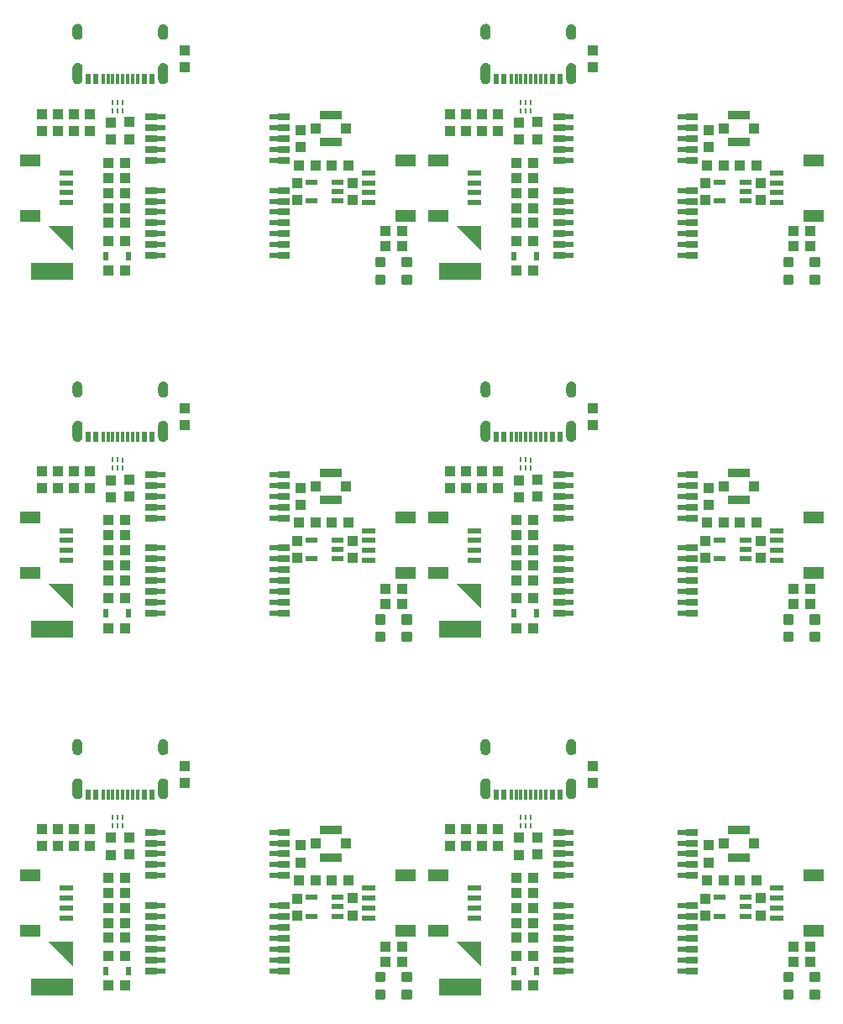
<source format=gtp>
G04 EAGLE Gerber RS-274X export*
G75*
%MOMM*%
%FSLAX34Y34*%
%LPD*%
%INSolderpaste Top*%
%IPPOS*%
%AMOC8*
5,1,8,0,0,1.08239X$1,22.5*%
G01*
%ADD10R,2.000000X1.200000*%
%ADD11R,1.350000X0.600000*%
%ADD12R,1.100000X1.000000*%
%ADD13R,4.200000X1.700000*%
%ADD14R,1.000000X1.100000*%
%ADD15C,0.300000*%
%ADD16R,0.630000X0.830000*%
%ADD17R,2.200000X0.850000*%
%ADD18R,1.050000X1.000000*%
%ADD19R,1.200000X0.550000*%
%ADD20R,0.250000X0.610000*%
%ADD21R,0.250000X0.560000*%
%ADD22R,0.300000X1.000000*%
%ADD23R,0.600000X1.000000*%
%ADD24R,1.200000X0.800000*%
%ADD25R,0.900000X0.600000*%

G36*
X468819Y819936D02*
X468819Y819936D01*
X468846Y819938D01*
X468881Y819964D01*
X468921Y819982D01*
X468936Y820005D01*
X468958Y820021D01*
X468974Y820062D01*
X468998Y820099D01*
X469005Y820142D01*
X469008Y820151D01*
X469007Y820158D01*
X469009Y820172D01*
X469009Y844172D01*
X469004Y844188D01*
X469007Y844205D01*
X468985Y844255D01*
X468970Y844306D01*
X468957Y844317D01*
X468950Y844333D01*
X468905Y844363D01*
X468865Y844398D01*
X468848Y844401D01*
X468834Y844410D01*
X468760Y844421D01*
X444760Y844421D01*
X444718Y844409D01*
X444674Y844406D01*
X444652Y844390D01*
X444626Y844382D01*
X444597Y844349D01*
X444562Y844323D01*
X444552Y844297D01*
X444534Y844277D01*
X444527Y844233D01*
X444512Y844193D01*
X444517Y844166D01*
X444513Y844139D01*
X444531Y844098D01*
X444540Y844056D01*
X444566Y844020D01*
X444570Y844011D01*
X444575Y844007D01*
X444584Y843996D01*
X468584Y819996D01*
X468622Y819975D01*
X468655Y819946D01*
X468682Y819942D01*
X468706Y819929D01*
X468750Y819932D01*
X468793Y819925D01*
X468819Y819936D01*
G37*
G36*
X57339Y819936D02*
X57339Y819936D01*
X57366Y819938D01*
X57401Y819964D01*
X57441Y819982D01*
X57456Y820005D01*
X57478Y820021D01*
X57494Y820062D01*
X57518Y820099D01*
X57525Y820142D01*
X57528Y820151D01*
X57527Y820158D01*
X57529Y820172D01*
X57529Y844172D01*
X57524Y844188D01*
X57527Y844205D01*
X57505Y844255D01*
X57490Y844306D01*
X57477Y844317D01*
X57470Y844333D01*
X57425Y844363D01*
X57385Y844398D01*
X57368Y844401D01*
X57354Y844410D01*
X57280Y844421D01*
X33280Y844421D01*
X33238Y844409D01*
X33194Y844406D01*
X33172Y844390D01*
X33146Y844382D01*
X33117Y844349D01*
X33082Y844323D01*
X33072Y844297D01*
X33054Y844277D01*
X33047Y844233D01*
X33032Y844193D01*
X33037Y844166D01*
X33033Y844139D01*
X33051Y844098D01*
X33060Y844056D01*
X33086Y844020D01*
X33090Y844011D01*
X33095Y844007D01*
X33104Y843996D01*
X57104Y819996D01*
X57142Y819975D01*
X57175Y819946D01*
X57202Y819942D01*
X57226Y819929D01*
X57270Y819932D01*
X57313Y819925D01*
X57339Y819936D01*
G37*
G36*
X468819Y459510D02*
X468819Y459510D01*
X468846Y459512D01*
X468881Y459538D01*
X468921Y459556D01*
X468936Y459579D01*
X468958Y459595D01*
X468974Y459636D01*
X468998Y459673D01*
X469005Y459716D01*
X469008Y459725D01*
X469007Y459732D01*
X469009Y459746D01*
X469009Y483746D01*
X469004Y483762D01*
X469007Y483779D01*
X468985Y483829D01*
X468970Y483880D01*
X468957Y483891D01*
X468950Y483907D01*
X468905Y483937D01*
X468865Y483972D01*
X468848Y483975D01*
X468834Y483984D01*
X468760Y483995D01*
X444760Y483995D01*
X444718Y483983D01*
X444674Y483980D01*
X444652Y483964D01*
X444626Y483956D01*
X444597Y483923D01*
X444562Y483897D01*
X444552Y483871D01*
X444534Y483851D01*
X444527Y483807D01*
X444512Y483767D01*
X444517Y483740D01*
X444513Y483713D01*
X444531Y483672D01*
X444540Y483630D01*
X444566Y483594D01*
X444570Y483585D01*
X444575Y483581D01*
X444584Y483570D01*
X468584Y459570D01*
X468622Y459549D01*
X468655Y459520D01*
X468682Y459516D01*
X468706Y459503D01*
X468750Y459506D01*
X468793Y459499D01*
X468819Y459510D01*
G37*
G36*
X57339Y459510D02*
X57339Y459510D01*
X57366Y459512D01*
X57401Y459538D01*
X57441Y459556D01*
X57456Y459579D01*
X57478Y459595D01*
X57494Y459636D01*
X57518Y459673D01*
X57525Y459716D01*
X57528Y459725D01*
X57527Y459732D01*
X57529Y459746D01*
X57529Y483746D01*
X57524Y483762D01*
X57527Y483779D01*
X57505Y483829D01*
X57490Y483880D01*
X57477Y483891D01*
X57470Y483907D01*
X57425Y483937D01*
X57385Y483972D01*
X57368Y483975D01*
X57354Y483984D01*
X57280Y483995D01*
X33280Y483995D01*
X33238Y483983D01*
X33194Y483980D01*
X33172Y483964D01*
X33146Y483956D01*
X33117Y483923D01*
X33082Y483897D01*
X33072Y483871D01*
X33054Y483851D01*
X33047Y483807D01*
X33032Y483767D01*
X33037Y483740D01*
X33033Y483713D01*
X33051Y483672D01*
X33060Y483630D01*
X33086Y483594D01*
X33090Y483585D01*
X33095Y483581D01*
X33104Y483570D01*
X57104Y459570D01*
X57142Y459549D01*
X57175Y459520D01*
X57202Y459516D01*
X57226Y459503D01*
X57270Y459506D01*
X57313Y459499D01*
X57339Y459510D01*
G37*
G36*
X468819Y99084D02*
X468819Y99084D01*
X468846Y99086D01*
X468881Y99112D01*
X468921Y99130D01*
X468936Y99153D01*
X468958Y99169D01*
X468974Y99210D01*
X468998Y99247D01*
X469005Y99290D01*
X469008Y99299D01*
X469007Y99306D01*
X469009Y99320D01*
X469009Y123320D01*
X469004Y123336D01*
X469007Y123353D01*
X468985Y123403D01*
X468970Y123454D01*
X468957Y123465D01*
X468950Y123481D01*
X468905Y123511D01*
X468865Y123546D01*
X468848Y123549D01*
X468834Y123558D01*
X468760Y123569D01*
X444760Y123569D01*
X444718Y123557D01*
X444674Y123554D01*
X444652Y123538D01*
X444626Y123530D01*
X444597Y123497D01*
X444562Y123471D01*
X444552Y123445D01*
X444534Y123425D01*
X444527Y123381D01*
X444512Y123341D01*
X444517Y123314D01*
X444513Y123287D01*
X444531Y123246D01*
X444540Y123204D01*
X444566Y123168D01*
X444570Y123159D01*
X444575Y123155D01*
X444584Y123144D01*
X468584Y99144D01*
X468622Y99123D01*
X468655Y99094D01*
X468682Y99090D01*
X468706Y99077D01*
X468750Y99080D01*
X468793Y99073D01*
X468819Y99084D01*
G37*
G36*
X57339Y99084D02*
X57339Y99084D01*
X57366Y99086D01*
X57401Y99112D01*
X57441Y99130D01*
X57456Y99153D01*
X57478Y99169D01*
X57494Y99210D01*
X57518Y99247D01*
X57525Y99290D01*
X57528Y99299D01*
X57527Y99306D01*
X57529Y99320D01*
X57529Y123320D01*
X57524Y123336D01*
X57527Y123353D01*
X57505Y123403D01*
X57490Y123454D01*
X57477Y123465D01*
X57470Y123481D01*
X57425Y123511D01*
X57385Y123546D01*
X57368Y123549D01*
X57354Y123558D01*
X57280Y123569D01*
X33280Y123569D01*
X33238Y123557D01*
X33194Y123554D01*
X33172Y123538D01*
X33146Y123530D01*
X33117Y123497D01*
X33082Y123471D01*
X33072Y123445D01*
X33054Y123425D01*
X33047Y123381D01*
X33032Y123341D01*
X33037Y123314D01*
X33033Y123287D01*
X33051Y123246D01*
X33060Y123204D01*
X33086Y123168D01*
X33090Y123159D01*
X33095Y123155D01*
X33104Y123144D01*
X57104Y99144D01*
X57142Y99123D01*
X57175Y99094D01*
X57202Y99090D01*
X57226Y99077D01*
X57270Y99080D01*
X57313Y99073D01*
X57339Y99084D01*
G37*
G36*
X62160Y987785D02*
X62160Y987785D01*
X62163Y987781D01*
X63271Y987951D01*
X63277Y987957D01*
X63282Y987954D01*
X64324Y988366D01*
X64328Y988373D01*
X64333Y988371D01*
X65258Y989005D01*
X65260Y989013D01*
X65266Y989012D01*
X66026Y989836D01*
X66027Y989844D01*
X66033Y989844D01*
X66590Y990816D01*
X66590Y990820D01*
X66591Y990821D01*
X66589Y990823D01*
X66589Y990824D01*
X66595Y990826D01*
X66922Y991898D01*
X66921Y991903D01*
X66923Y991904D01*
X66921Y991907D01*
X66924Y991909D01*
X67005Y993026D01*
X67004Y993029D01*
X67005Y993030D01*
X67005Y1005030D01*
X67000Y1005037D01*
X67004Y1005041D01*
X66785Y1005985D01*
X66779Y1005991D01*
X66781Y1005996D01*
X66358Y1006868D01*
X66350Y1006871D01*
X66352Y1006877D01*
X65745Y1007633D01*
X65737Y1007635D01*
X65737Y1007641D01*
X64977Y1008242D01*
X64968Y1008242D01*
X64967Y1008248D01*
X64092Y1008666D01*
X64084Y1008664D01*
X64082Y1008669D01*
X63136Y1008882D01*
X63129Y1008878D01*
X63125Y1008883D01*
X62156Y1008879D01*
X62155Y1008879D01*
X61087Y1008860D01*
X61086Y1008860D01*
X61080Y1008856D01*
X61076Y1008859D01*
X60039Y1008603D01*
X60034Y1008596D01*
X60028Y1008599D01*
X59074Y1008118D01*
X59071Y1008111D01*
X59065Y1008112D01*
X58242Y1007431D01*
X58240Y1007423D01*
X58234Y1007423D01*
X57583Y1006576D01*
X57583Y1006568D01*
X57577Y1006567D01*
X57130Y1005596D01*
X57132Y1005588D01*
X57127Y1005586D01*
X56908Y1004540D01*
X56911Y1004533D01*
X56907Y1004530D01*
X56907Y992530D01*
X56910Y992525D01*
X56907Y992522D01*
X57087Y991427D01*
X57093Y991421D01*
X57090Y991416D01*
X57509Y990388D01*
X57516Y990384D01*
X57514Y990379D01*
X58152Y989470D01*
X58159Y989468D01*
X58159Y989462D01*
X58982Y988718D01*
X58990Y988717D01*
X58991Y988711D01*
X59959Y988169D01*
X59968Y988170D01*
X59970Y988164D01*
X61034Y987851D01*
X61042Y987854D01*
X61045Y987849D01*
X62153Y987781D01*
X62160Y987785D01*
G37*
G36*
X473640Y987785D02*
X473640Y987785D01*
X473643Y987781D01*
X474751Y987951D01*
X474757Y987957D01*
X474762Y987954D01*
X475804Y988366D01*
X475808Y988373D01*
X475813Y988371D01*
X476738Y989005D01*
X476740Y989013D01*
X476746Y989012D01*
X477506Y989836D01*
X477507Y989844D01*
X477513Y989844D01*
X478070Y990816D01*
X478070Y990820D01*
X478071Y990821D01*
X478069Y990823D01*
X478069Y990824D01*
X478075Y990826D01*
X478402Y991898D01*
X478401Y991903D01*
X478403Y991904D01*
X478401Y991907D01*
X478404Y991909D01*
X478485Y993026D01*
X478484Y993029D01*
X478485Y993030D01*
X478485Y1005030D01*
X478480Y1005037D01*
X478484Y1005041D01*
X478265Y1005985D01*
X478259Y1005991D01*
X478261Y1005996D01*
X477838Y1006868D01*
X477830Y1006871D01*
X477832Y1006877D01*
X477225Y1007633D01*
X477217Y1007635D01*
X477217Y1007641D01*
X476457Y1008242D01*
X476448Y1008242D01*
X476447Y1008248D01*
X475572Y1008666D01*
X475564Y1008664D01*
X475562Y1008669D01*
X474616Y1008882D01*
X474609Y1008878D01*
X474605Y1008883D01*
X473636Y1008879D01*
X473635Y1008879D01*
X472567Y1008860D01*
X472566Y1008860D01*
X472560Y1008856D01*
X472556Y1008859D01*
X471519Y1008603D01*
X471514Y1008596D01*
X471508Y1008599D01*
X470554Y1008118D01*
X470551Y1008111D01*
X470545Y1008112D01*
X469722Y1007431D01*
X469720Y1007423D01*
X469714Y1007423D01*
X469063Y1006576D01*
X469063Y1006568D01*
X469057Y1006567D01*
X468610Y1005596D01*
X468612Y1005588D01*
X468607Y1005586D01*
X468388Y1004540D01*
X468391Y1004533D01*
X468387Y1004530D01*
X468387Y992530D01*
X468390Y992525D01*
X468387Y992522D01*
X468567Y991427D01*
X468573Y991421D01*
X468570Y991416D01*
X468989Y990388D01*
X468996Y990384D01*
X468994Y990379D01*
X469632Y989470D01*
X469639Y989468D01*
X469639Y989462D01*
X470462Y988718D01*
X470470Y988717D01*
X470471Y988711D01*
X471439Y988169D01*
X471448Y988170D01*
X471450Y988164D01*
X472514Y987851D01*
X472522Y987854D01*
X472525Y987849D01*
X473633Y987781D01*
X473640Y987785D01*
G37*
G36*
X473640Y627359D02*
X473640Y627359D01*
X473643Y627355D01*
X474751Y627525D01*
X474757Y627531D01*
X474762Y627528D01*
X475804Y627940D01*
X475808Y627947D01*
X475813Y627945D01*
X476738Y628579D01*
X476740Y628587D01*
X476746Y628586D01*
X477506Y629410D01*
X477507Y629418D01*
X477513Y629418D01*
X478070Y630390D01*
X478070Y630394D01*
X478071Y630395D01*
X478069Y630397D01*
X478069Y630398D01*
X478075Y630400D01*
X478402Y631472D01*
X478401Y631477D01*
X478403Y631478D01*
X478401Y631481D01*
X478404Y631483D01*
X478485Y632600D01*
X478484Y632603D01*
X478485Y632604D01*
X478485Y644604D01*
X478480Y644611D01*
X478484Y644615D01*
X478265Y645559D01*
X478259Y645565D01*
X478261Y645570D01*
X477838Y646442D01*
X477830Y646445D01*
X477832Y646451D01*
X477225Y647207D01*
X477217Y647209D01*
X477217Y647215D01*
X476457Y647816D01*
X476448Y647816D01*
X476447Y647822D01*
X475572Y648240D01*
X475564Y648238D01*
X475562Y648243D01*
X474616Y648456D01*
X474609Y648452D01*
X474605Y648457D01*
X473636Y648453D01*
X473635Y648453D01*
X472567Y648434D01*
X472566Y648434D01*
X472560Y648430D01*
X472556Y648433D01*
X471519Y648177D01*
X471514Y648170D01*
X471508Y648173D01*
X470554Y647692D01*
X470551Y647685D01*
X470545Y647686D01*
X469722Y647005D01*
X469720Y646997D01*
X469714Y646997D01*
X469063Y646150D01*
X469063Y646142D01*
X469057Y646141D01*
X468610Y645170D01*
X468612Y645162D01*
X468607Y645160D01*
X468388Y644114D01*
X468391Y644107D01*
X468387Y644104D01*
X468387Y632104D01*
X468390Y632099D01*
X468387Y632096D01*
X468567Y631001D01*
X468573Y630995D01*
X468570Y630990D01*
X468989Y629962D01*
X468996Y629958D01*
X468994Y629953D01*
X469632Y629044D01*
X469639Y629042D01*
X469639Y629036D01*
X470462Y628292D01*
X470470Y628291D01*
X470471Y628285D01*
X471439Y627743D01*
X471448Y627744D01*
X471450Y627738D01*
X472514Y627425D01*
X472522Y627428D01*
X472525Y627423D01*
X473633Y627355D01*
X473640Y627359D01*
G37*
G36*
X62160Y627359D02*
X62160Y627359D01*
X62163Y627355D01*
X63271Y627525D01*
X63277Y627531D01*
X63282Y627528D01*
X64324Y627940D01*
X64328Y627947D01*
X64333Y627945D01*
X65258Y628579D01*
X65260Y628587D01*
X65266Y628586D01*
X66026Y629410D01*
X66027Y629418D01*
X66033Y629418D01*
X66590Y630390D01*
X66590Y630394D01*
X66591Y630395D01*
X66589Y630397D01*
X66589Y630398D01*
X66595Y630400D01*
X66922Y631472D01*
X66921Y631477D01*
X66923Y631478D01*
X66921Y631481D01*
X66924Y631483D01*
X67005Y632600D01*
X67004Y632603D01*
X67005Y632604D01*
X67005Y644604D01*
X67000Y644611D01*
X67004Y644615D01*
X66785Y645559D01*
X66779Y645565D01*
X66781Y645570D01*
X66358Y646442D01*
X66350Y646445D01*
X66352Y646451D01*
X65745Y647207D01*
X65737Y647209D01*
X65737Y647215D01*
X64977Y647816D01*
X64968Y647816D01*
X64967Y647822D01*
X64092Y648240D01*
X64084Y648238D01*
X64082Y648243D01*
X63136Y648456D01*
X63129Y648452D01*
X63125Y648457D01*
X62156Y648453D01*
X62155Y648453D01*
X61087Y648434D01*
X61086Y648434D01*
X61080Y648430D01*
X61076Y648433D01*
X60039Y648177D01*
X60034Y648170D01*
X60028Y648173D01*
X59074Y647692D01*
X59071Y647685D01*
X59065Y647686D01*
X58242Y647005D01*
X58240Y646997D01*
X58234Y646997D01*
X57583Y646150D01*
X57583Y646142D01*
X57577Y646141D01*
X57130Y645170D01*
X57132Y645162D01*
X57127Y645160D01*
X56908Y644114D01*
X56911Y644107D01*
X56907Y644104D01*
X56907Y632104D01*
X56910Y632099D01*
X56907Y632096D01*
X57087Y631001D01*
X57093Y630995D01*
X57090Y630990D01*
X57509Y629962D01*
X57516Y629958D01*
X57514Y629953D01*
X58152Y629044D01*
X58159Y629042D01*
X58159Y629036D01*
X58982Y628292D01*
X58990Y628291D01*
X58991Y628285D01*
X59959Y627743D01*
X59968Y627744D01*
X59970Y627738D01*
X61034Y627425D01*
X61042Y627428D01*
X61045Y627423D01*
X62153Y627355D01*
X62160Y627359D01*
G37*
G36*
X62160Y266933D02*
X62160Y266933D01*
X62163Y266929D01*
X63271Y267099D01*
X63277Y267105D01*
X63282Y267102D01*
X64324Y267514D01*
X64328Y267521D01*
X64333Y267519D01*
X65258Y268153D01*
X65260Y268161D01*
X65266Y268160D01*
X66026Y268984D01*
X66027Y268992D01*
X66033Y268992D01*
X66590Y269964D01*
X66590Y269968D01*
X66591Y269969D01*
X66589Y269971D01*
X66589Y269972D01*
X66595Y269974D01*
X66922Y271046D01*
X66921Y271051D01*
X66923Y271052D01*
X66921Y271055D01*
X66924Y271057D01*
X67005Y272174D01*
X67004Y272177D01*
X67005Y272178D01*
X67005Y284178D01*
X67000Y284185D01*
X67004Y284189D01*
X66785Y285133D01*
X66779Y285139D01*
X66781Y285144D01*
X66358Y286016D01*
X66350Y286019D01*
X66352Y286025D01*
X65745Y286781D01*
X65737Y286783D01*
X65737Y286789D01*
X64977Y287390D01*
X64968Y287390D01*
X64967Y287396D01*
X64092Y287814D01*
X64084Y287812D01*
X64082Y287817D01*
X63136Y288030D01*
X63129Y288026D01*
X63125Y288031D01*
X62156Y288027D01*
X62155Y288027D01*
X61087Y288008D01*
X61086Y288008D01*
X61080Y288004D01*
X61076Y288007D01*
X60039Y287751D01*
X60034Y287744D01*
X60028Y287747D01*
X59074Y287266D01*
X59071Y287259D01*
X59065Y287260D01*
X58242Y286579D01*
X58240Y286571D01*
X58234Y286571D01*
X57583Y285724D01*
X57583Y285716D01*
X57577Y285715D01*
X57130Y284744D01*
X57132Y284736D01*
X57127Y284734D01*
X56908Y283688D01*
X56911Y283681D01*
X56907Y283678D01*
X56907Y271678D01*
X56910Y271673D01*
X56907Y271670D01*
X57087Y270575D01*
X57093Y270569D01*
X57090Y270564D01*
X57509Y269536D01*
X57516Y269532D01*
X57514Y269527D01*
X58152Y268618D01*
X58159Y268616D01*
X58159Y268610D01*
X58982Y267866D01*
X58990Y267865D01*
X58991Y267859D01*
X59959Y267317D01*
X59968Y267318D01*
X59970Y267312D01*
X61034Y266999D01*
X61042Y267002D01*
X61045Y266997D01*
X62153Y266929D01*
X62160Y266933D01*
G37*
G36*
X473640Y266933D02*
X473640Y266933D01*
X473643Y266929D01*
X474751Y267099D01*
X474757Y267105D01*
X474762Y267102D01*
X475804Y267514D01*
X475808Y267521D01*
X475813Y267519D01*
X476738Y268153D01*
X476740Y268161D01*
X476746Y268160D01*
X477506Y268984D01*
X477507Y268992D01*
X477513Y268992D01*
X478070Y269964D01*
X478070Y269968D01*
X478071Y269969D01*
X478069Y269971D01*
X478069Y269972D01*
X478075Y269974D01*
X478402Y271046D01*
X478401Y271051D01*
X478403Y271052D01*
X478401Y271055D01*
X478404Y271057D01*
X478485Y272174D01*
X478484Y272177D01*
X478485Y272178D01*
X478485Y284178D01*
X478480Y284185D01*
X478484Y284189D01*
X478265Y285133D01*
X478259Y285139D01*
X478261Y285144D01*
X477838Y286016D01*
X477830Y286019D01*
X477832Y286025D01*
X477225Y286781D01*
X477217Y286783D01*
X477217Y286789D01*
X476457Y287390D01*
X476448Y287390D01*
X476447Y287396D01*
X475572Y287814D01*
X475564Y287812D01*
X475562Y287817D01*
X474616Y288030D01*
X474609Y288026D01*
X474605Y288031D01*
X473636Y288027D01*
X473635Y288027D01*
X472567Y288008D01*
X472566Y288008D01*
X472560Y288004D01*
X472556Y288007D01*
X471519Y287751D01*
X471514Y287744D01*
X471508Y287747D01*
X470554Y287266D01*
X470551Y287259D01*
X470545Y287260D01*
X469722Y286579D01*
X469720Y286571D01*
X469714Y286571D01*
X469063Y285724D01*
X469063Y285716D01*
X469057Y285715D01*
X468610Y284744D01*
X468612Y284736D01*
X468607Y284734D01*
X468388Y283688D01*
X468391Y283681D01*
X468387Y283678D01*
X468387Y271678D01*
X468390Y271673D01*
X468387Y271670D01*
X468567Y270575D01*
X468573Y270569D01*
X468570Y270564D01*
X468989Y269536D01*
X468996Y269532D01*
X468994Y269527D01*
X469632Y268618D01*
X469639Y268616D01*
X469639Y268610D01*
X470462Y267866D01*
X470470Y267865D01*
X470471Y267859D01*
X471439Y267317D01*
X471448Y267318D01*
X471450Y267312D01*
X472514Y266999D01*
X472522Y267002D01*
X472525Y266997D01*
X473633Y266929D01*
X473640Y266933D01*
G37*
G36*
X148658Y987784D02*
X148658Y987784D01*
X148662Y987781D01*
X149707Y987899D01*
X149713Y987905D01*
X149718Y987901D01*
X150712Y988249D01*
X150716Y988256D01*
X150721Y988254D01*
X151613Y988814D01*
X151616Y988821D01*
X151621Y988821D01*
X152365Y989565D01*
X152367Y989573D01*
X152372Y989573D01*
X152932Y990465D01*
X152932Y990472D01*
X152933Y990473D01*
X152937Y990474D01*
X153285Y991468D01*
X153282Y991476D01*
X153287Y991479D01*
X153405Y992525D01*
X153403Y992528D01*
X153405Y992530D01*
X153405Y1004530D01*
X153402Y1004535D01*
X153405Y1004538D01*
X153247Y1005534D01*
X153241Y1005540D01*
X153244Y1005545D01*
X152869Y1006481D01*
X152862Y1006485D01*
X152864Y1006491D01*
X152290Y1007320D01*
X152282Y1007323D01*
X152283Y1007328D01*
X151539Y1008009D01*
X151530Y1008010D01*
X151530Y1008016D01*
X150653Y1008514D01*
X150645Y1008513D01*
X150642Y1008518D01*
X149677Y1008809D01*
X149669Y1008806D01*
X149666Y1008811D01*
X148659Y1008879D01*
X148657Y1008878D01*
X148656Y1008879D01*
X147575Y1008870D01*
X147568Y1008865D01*
X147564Y1008869D01*
X146512Y1008620D01*
X146507Y1008613D01*
X146502Y1008616D01*
X145532Y1008139D01*
X145529Y1008131D01*
X145523Y1008133D01*
X144684Y1007452D01*
X144682Y1007444D01*
X144676Y1007444D01*
X144010Y1006594D01*
X144009Y1006585D01*
X144004Y1006584D01*
X143543Y1005607D01*
X143545Y1005599D01*
X143540Y1005596D01*
X143308Y1004541D01*
X143311Y1004533D01*
X143307Y1004530D01*
X143307Y992530D01*
X143311Y992525D01*
X143307Y992522D01*
X143500Y991416D01*
X143506Y991411D01*
X143503Y991406D01*
X143936Y990371D01*
X143943Y990367D01*
X143941Y990362D01*
X144594Y989449D01*
X144602Y989447D01*
X144601Y989441D01*
X145440Y988697D01*
X145449Y988696D01*
X145449Y988691D01*
X146433Y988152D01*
X146441Y988153D01*
X146443Y988148D01*
X147522Y987841D01*
X147530Y987844D01*
X147533Y987839D01*
X148653Y987781D01*
X148658Y987784D01*
G37*
G36*
X560138Y987784D02*
X560138Y987784D01*
X560142Y987781D01*
X561187Y987899D01*
X561193Y987905D01*
X561198Y987901D01*
X562192Y988249D01*
X562196Y988256D01*
X562201Y988254D01*
X563093Y988814D01*
X563096Y988821D01*
X563101Y988821D01*
X563845Y989565D01*
X563847Y989573D01*
X563852Y989573D01*
X564412Y990465D01*
X564412Y990472D01*
X564413Y990473D01*
X564417Y990474D01*
X564765Y991468D01*
X564762Y991476D01*
X564767Y991479D01*
X564885Y992525D01*
X564883Y992528D01*
X564885Y992530D01*
X564885Y1004530D01*
X564882Y1004535D01*
X564885Y1004538D01*
X564727Y1005534D01*
X564721Y1005540D01*
X564724Y1005545D01*
X564349Y1006481D01*
X564342Y1006485D01*
X564344Y1006491D01*
X563770Y1007320D01*
X563762Y1007323D01*
X563763Y1007328D01*
X563019Y1008009D01*
X563010Y1008010D01*
X563010Y1008016D01*
X562133Y1008514D01*
X562125Y1008513D01*
X562122Y1008518D01*
X561157Y1008809D01*
X561149Y1008806D01*
X561146Y1008811D01*
X560139Y1008879D01*
X560137Y1008878D01*
X560136Y1008879D01*
X559055Y1008870D01*
X559048Y1008865D01*
X559044Y1008869D01*
X557992Y1008620D01*
X557987Y1008613D01*
X557982Y1008616D01*
X557012Y1008139D01*
X557009Y1008131D01*
X557003Y1008133D01*
X556164Y1007452D01*
X556162Y1007444D01*
X556156Y1007444D01*
X555490Y1006594D01*
X555489Y1006585D01*
X555484Y1006584D01*
X555023Y1005607D01*
X555025Y1005599D01*
X555020Y1005596D01*
X554788Y1004541D01*
X554791Y1004533D01*
X554787Y1004530D01*
X554787Y992530D01*
X554791Y992525D01*
X554787Y992522D01*
X554980Y991416D01*
X554986Y991411D01*
X554983Y991406D01*
X555416Y990371D01*
X555423Y990367D01*
X555421Y990362D01*
X556074Y989449D01*
X556082Y989447D01*
X556081Y989441D01*
X556920Y988697D01*
X556929Y988696D01*
X556929Y988691D01*
X557913Y988152D01*
X557921Y988153D01*
X557923Y988148D01*
X559002Y987841D01*
X559010Y987844D01*
X559013Y987839D01*
X560133Y987781D01*
X560138Y987784D01*
G37*
G36*
X560138Y627358D02*
X560138Y627358D01*
X560142Y627355D01*
X561187Y627473D01*
X561193Y627479D01*
X561198Y627475D01*
X562192Y627823D01*
X562196Y627830D01*
X562201Y627828D01*
X563093Y628388D01*
X563096Y628395D01*
X563101Y628395D01*
X563845Y629139D01*
X563847Y629147D01*
X563852Y629147D01*
X564412Y630039D01*
X564412Y630046D01*
X564413Y630047D01*
X564417Y630048D01*
X564765Y631042D01*
X564762Y631050D01*
X564767Y631053D01*
X564885Y632099D01*
X564883Y632102D01*
X564885Y632104D01*
X564885Y644104D01*
X564882Y644109D01*
X564885Y644112D01*
X564727Y645108D01*
X564721Y645114D01*
X564724Y645119D01*
X564349Y646055D01*
X564342Y646059D01*
X564344Y646065D01*
X563770Y646894D01*
X563762Y646897D01*
X563763Y646902D01*
X563019Y647583D01*
X563010Y647584D01*
X563010Y647590D01*
X562133Y648088D01*
X562125Y648087D01*
X562122Y648092D01*
X561157Y648383D01*
X561149Y648380D01*
X561146Y648385D01*
X560139Y648453D01*
X560137Y648452D01*
X560136Y648453D01*
X559055Y648444D01*
X559048Y648439D01*
X559044Y648443D01*
X557992Y648194D01*
X557987Y648187D01*
X557982Y648190D01*
X557012Y647713D01*
X557009Y647705D01*
X557003Y647707D01*
X556164Y647026D01*
X556162Y647018D01*
X556156Y647018D01*
X555490Y646168D01*
X555489Y646159D01*
X555484Y646158D01*
X555023Y645181D01*
X555025Y645173D01*
X555020Y645170D01*
X554788Y644115D01*
X554791Y644107D01*
X554787Y644104D01*
X554787Y632104D01*
X554791Y632099D01*
X554787Y632096D01*
X554980Y630990D01*
X554986Y630985D01*
X554983Y630980D01*
X555416Y629945D01*
X555423Y629941D01*
X555421Y629936D01*
X556074Y629023D01*
X556082Y629021D01*
X556081Y629015D01*
X556920Y628271D01*
X556929Y628270D01*
X556929Y628265D01*
X557913Y627726D01*
X557921Y627727D01*
X557923Y627722D01*
X559002Y627415D01*
X559010Y627418D01*
X559013Y627413D01*
X560133Y627355D01*
X560138Y627358D01*
G37*
G36*
X148658Y627358D02*
X148658Y627358D01*
X148662Y627355D01*
X149707Y627473D01*
X149713Y627479D01*
X149718Y627475D01*
X150712Y627823D01*
X150716Y627830D01*
X150721Y627828D01*
X151613Y628388D01*
X151616Y628395D01*
X151621Y628395D01*
X152365Y629139D01*
X152367Y629147D01*
X152372Y629147D01*
X152932Y630039D01*
X152932Y630046D01*
X152933Y630047D01*
X152937Y630048D01*
X153285Y631042D01*
X153282Y631050D01*
X153287Y631053D01*
X153405Y632099D01*
X153403Y632102D01*
X153405Y632104D01*
X153405Y644104D01*
X153402Y644109D01*
X153405Y644112D01*
X153247Y645108D01*
X153241Y645114D01*
X153244Y645119D01*
X152869Y646055D01*
X152862Y646059D01*
X152864Y646065D01*
X152290Y646894D01*
X152282Y646897D01*
X152283Y646902D01*
X151539Y647583D01*
X151530Y647584D01*
X151530Y647590D01*
X150653Y648088D01*
X150645Y648087D01*
X150642Y648092D01*
X149677Y648383D01*
X149669Y648380D01*
X149666Y648385D01*
X148659Y648453D01*
X148657Y648452D01*
X148656Y648453D01*
X147575Y648444D01*
X147568Y648439D01*
X147564Y648443D01*
X146512Y648194D01*
X146507Y648187D01*
X146502Y648190D01*
X145532Y647713D01*
X145529Y647705D01*
X145523Y647707D01*
X144684Y647026D01*
X144682Y647018D01*
X144676Y647018D01*
X144010Y646168D01*
X144009Y646159D01*
X144004Y646158D01*
X143543Y645181D01*
X143545Y645173D01*
X143540Y645170D01*
X143308Y644115D01*
X143311Y644107D01*
X143307Y644104D01*
X143307Y632104D01*
X143311Y632099D01*
X143307Y632096D01*
X143500Y630990D01*
X143506Y630985D01*
X143503Y630980D01*
X143936Y629945D01*
X143943Y629941D01*
X143941Y629936D01*
X144594Y629023D01*
X144602Y629021D01*
X144601Y629015D01*
X145440Y628271D01*
X145449Y628270D01*
X145449Y628265D01*
X146433Y627726D01*
X146441Y627727D01*
X146443Y627722D01*
X147522Y627415D01*
X147530Y627418D01*
X147533Y627413D01*
X148653Y627355D01*
X148658Y627358D01*
G37*
G36*
X560138Y266932D02*
X560138Y266932D01*
X560142Y266929D01*
X561187Y267047D01*
X561193Y267053D01*
X561198Y267049D01*
X562192Y267397D01*
X562196Y267404D01*
X562201Y267402D01*
X563093Y267962D01*
X563096Y267969D01*
X563101Y267969D01*
X563845Y268713D01*
X563847Y268721D01*
X563852Y268721D01*
X564412Y269613D01*
X564412Y269620D01*
X564413Y269621D01*
X564417Y269622D01*
X564765Y270616D01*
X564762Y270624D01*
X564767Y270627D01*
X564885Y271673D01*
X564883Y271676D01*
X564885Y271678D01*
X564885Y283678D01*
X564882Y283683D01*
X564885Y283686D01*
X564727Y284682D01*
X564721Y284688D01*
X564724Y284693D01*
X564349Y285629D01*
X564342Y285633D01*
X564344Y285639D01*
X563770Y286468D01*
X563762Y286471D01*
X563763Y286476D01*
X563019Y287157D01*
X563010Y287158D01*
X563010Y287164D01*
X562133Y287662D01*
X562125Y287661D01*
X562122Y287666D01*
X561157Y287957D01*
X561149Y287954D01*
X561146Y287959D01*
X560139Y288027D01*
X560137Y288026D01*
X560136Y288027D01*
X559055Y288018D01*
X559048Y288013D01*
X559044Y288017D01*
X557992Y287768D01*
X557987Y287761D01*
X557982Y287764D01*
X557012Y287287D01*
X557009Y287279D01*
X557003Y287281D01*
X556164Y286600D01*
X556162Y286592D01*
X556156Y286592D01*
X555490Y285742D01*
X555489Y285733D01*
X555484Y285732D01*
X555023Y284755D01*
X555025Y284747D01*
X555020Y284744D01*
X554788Y283689D01*
X554791Y283681D01*
X554787Y283678D01*
X554787Y271678D01*
X554791Y271673D01*
X554787Y271670D01*
X554980Y270564D01*
X554986Y270559D01*
X554983Y270554D01*
X555416Y269519D01*
X555423Y269515D01*
X555421Y269510D01*
X556074Y268597D01*
X556082Y268595D01*
X556081Y268589D01*
X556920Y267845D01*
X556929Y267844D01*
X556929Y267839D01*
X557913Y267300D01*
X557921Y267301D01*
X557923Y267296D01*
X559002Y266989D01*
X559010Y266992D01*
X559013Y266987D01*
X560133Y266929D01*
X560138Y266932D01*
G37*
G36*
X148658Y266932D02*
X148658Y266932D01*
X148662Y266929D01*
X149707Y267047D01*
X149713Y267053D01*
X149718Y267049D01*
X150712Y267397D01*
X150716Y267404D01*
X150721Y267402D01*
X151613Y267962D01*
X151616Y267969D01*
X151621Y267969D01*
X152365Y268713D01*
X152367Y268721D01*
X152372Y268721D01*
X152932Y269613D01*
X152932Y269620D01*
X152933Y269621D01*
X152937Y269622D01*
X153285Y270616D01*
X153282Y270624D01*
X153287Y270627D01*
X153405Y271673D01*
X153403Y271676D01*
X153405Y271678D01*
X153405Y283678D01*
X153402Y283683D01*
X153405Y283686D01*
X153247Y284682D01*
X153241Y284688D01*
X153244Y284693D01*
X152869Y285629D01*
X152862Y285633D01*
X152864Y285639D01*
X152290Y286468D01*
X152282Y286471D01*
X152283Y286476D01*
X151539Y287157D01*
X151530Y287158D01*
X151530Y287164D01*
X150653Y287662D01*
X150645Y287661D01*
X150642Y287666D01*
X149677Y287957D01*
X149669Y287954D01*
X149666Y287959D01*
X148659Y288027D01*
X148657Y288026D01*
X148656Y288027D01*
X147575Y288018D01*
X147568Y288013D01*
X147564Y288017D01*
X146512Y287768D01*
X146507Y287761D01*
X146502Y287764D01*
X145532Y287287D01*
X145529Y287279D01*
X145523Y287281D01*
X144684Y286600D01*
X144682Y286592D01*
X144676Y286592D01*
X144010Y285742D01*
X144009Y285733D01*
X144004Y285732D01*
X143543Y284755D01*
X143545Y284747D01*
X143540Y284744D01*
X143308Y283689D01*
X143311Y283681D01*
X143307Y283678D01*
X143307Y271678D01*
X143311Y271673D01*
X143307Y271670D01*
X143500Y270564D01*
X143506Y270559D01*
X143503Y270554D01*
X143936Y269519D01*
X143943Y269515D01*
X143941Y269510D01*
X144594Y268597D01*
X144602Y268595D01*
X144601Y268589D01*
X145440Y267845D01*
X145449Y267844D01*
X145449Y267839D01*
X146433Y267300D01*
X146441Y267301D01*
X146443Y267296D01*
X147522Y266989D01*
X147530Y266992D01*
X147533Y266987D01*
X148653Y266929D01*
X148658Y266932D01*
G37*
G36*
X62160Y1032286D02*
X62160Y1032286D01*
X62165Y1032282D01*
X63302Y1032489D01*
X63308Y1032495D01*
X63313Y1032492D01*
X64375Y1032947D01*
X64379Y1032954D01*
X64385Y1032952D01*
X65320Y1033632D01*
X65322Y1033640D01*
X65328Y1033639D01*
X66088Y1034510D01*
X66088Y1034518D01*
X66094Y1034519D01*
X66641Y1035538D01*
X66640Y1035546D01*
X66645Y1035548D01*
X66651Y1035567D01*
X66664Y1035616D01*
X66678Y1035666D01*
X66691Y1035715D01*
X66705Y1035764D01*
X66718Y1035813D01*
X66719Y1035813D01*
X66718Y1035813D01*
X66732Y1035863D01*
X66746Y1035912D01*
X66759Y1035961D01*
X66773Y1036010D01*
X66786Y1036060D01*
X66800Y1036109D01*
X66813Y1036158D01*
X66827Y1036207D01*
X66841Y1036257D01*
X66854Y1036306D01*
X66868Y1036355D01*
X66952Y1036662D01*
X66949Y1036670D01*
X66954Y1036673D01*
X67005Y1037828D01*
X67004Y1037829D01*
X67005Y1037830D01*
X67005Y1043830D01*
X67001Y1043836D01*
X67004Y1043839D01*
X66792Y1044920D01*
X66786Y1044925D01*
X66789Y1044930D01*
X66342Y1045936D01*
X66335Y1045940D01*
X66337Y1045946D01*
X65677Y1046827D01*
X65669Y1046830D01*
X65669Y1046835D01*
X64830Y1047548D01*
X64822Y1047548D01*
X64821Y1047554D01*
X63844Y1048062D01*
X63836Y1048061D01*
X63834Y1048066D01*
X62769Y1048344D01*
X62761Y1048341D01*
X62758Y1048345D01*
X61658Y1048379D01*
X61652Y1048376D01*
X61649Y1048379D01*
X60574Y1048224D01*
X60568Y1048218D01*
X60563Y1048221D01*
X59549Y1047831D01*
X59545Y1047824D01*
X59539Y1047826D01*
X58637Y1047219D01*
X58635Y1047211D01*
X58629Y1047212D01*
X57885Y1046420D01*
X57884Y1046412D01*
X57878Y1046412D01*
X57329Y1045474D01*
X57330Y1045466D01*
X57324Y1045464D01*
X56997Y1044428D01*
X57000Y1044420D01*
X56995Y1044417D01*
X56907Y1043334D01*
X56909Y1043331D01*
X56907Y1043330D01*
X56907Y1037330D01*
X56910Y1037326D01*
X56907Y1037324D01*
X57057Y1036191D01*
X57063Y1036185D01*
X57060Y1036180D01*
X57458Y1035110D01*
X57465Y1035106D01*
X57463Y1035100D01*
X58090Y1034145D01*
X58098Y1034142D01*
X58097Y1034137D01*
X58920Y1033345D01*
X58928Y1033344D01*
X58929Y1033338D01*
X59908Y1032749D01*
X59916Y1032750D01*
X59918Y1032745D01*
X61003Y1032389D01*
X61011Y1032392D01*
X61014Y1032387D01*
X62151Y1032281D01*
X62160Y1032286D01*
G37*
G36*
X473640Y1032286D02*
X473640Y1032286D01*
X473645Y1032282D01*
X474782Y1032489D01*
X474788Y1032495D01*
X474793Y1032492D01*
X475855Y1032947D01*
X475859Y1032954D01*
X475865Y1032952D01*
X476800Y1033632D01*
X476802Y1033640D01*
X476808Y1033639D01*
X477568Y1034510D01*
X477568Y1034518D01*
X477574Y1034519D01*
X478121Y1035538D01*
X478120Y1035546D01*
X478125Y1035548D01*
X478131Y1035567D01*
X478144Y1035616D01*
X478158Y1035666D01*
X478171Y1035715D01*
X478185Y1035764D01*
X478198Y1035813D01*
X478199Y1035813D01*
X478198Y1035813D01*
X478212Y1035863D01*
X478226Y1035912D01*
X478239Y1035961D01*
X478253Y1036010D01*
X478266Y1036060D01*
X478280Y1036109D01*
X478293Y1036158D01*
X478307Y1036207D01*
X478321Y1036257D01*
X478334Y1036306D01*
X478348Y1036355D01*
X478432Y1036662D01*
X478429Y1036670D01*
X478434Y1036673D01*
X478485Y1037828D01*
X478484Y1037829D01*
X478485Y1037830D01*
X478485Y1043830D01*
X478481Y1043836D01*
X478484Y1043839D01*
X478272Y1044920D01*
X478266Y1044925D01*
X478269Y1044930D01*
X477822Y1045936D01*
X477815Y1045940D01*
X477817Y1045946D01*
X477157Y1046827D01*
X477149Y1046830D01*
X477149Y1046835D01*
X476310Y1047548D01*
X476302Y1047548D01*
X476301Y1047554D01*
X475324Y1048062D01*
X475316Y1048061D01*
X475314Y1048066D01*
X474249Y1048344D01*
X474241Y1048341D01*
X474238Y1048345D01*
X473138Y1048379D01*
X473132Y1048376D01*
X473129Y1048379D01*
X472054Y1048224D01*
X472048Y1048218D01*
X472043Y1048221D01*
X471029Y1047831D01*
X471025Y1047824D01*
X471019Y1047826D01*
X470117Y1047219D01*
X470115Y1047211D01*
X470109Y1047212D01*
X469365Y1046420D01*
X469364Y1046412D01*
X469358Y1046412D01*
X468809Y1045474D01*
X468810Y1045466D01*
X468804Y1045464D01*
X468477Y1044428D01*
X468480Y1044420D01*
X468475Y1044417D01*
X468387Y1043334D01*
X468389Y1043331D01*
X468387Y1043330D01*
X468387Y1037330D01*
X468390Y1037326D01*
X468387Y1037324D01*
X468537Y1036191D01*
X468543Y1036185D01*
X468540Y1036180D01*
X468938Y1035110D01*
X468945Y1035106D01*
X468943Y1035100D01*
X469570Y1034145D01*
X469578Y1034142D01*
X469577Y1034137D01*
X470400Y1033345D01*
X470408Y1033344D01*
X470409Y1033338D01*
X471388Y1032749D01*
X471396Y1032750D01*
X471398Y1032745D01*
X472483Y1032389D01*
X472491Y1032392D01*
X472494Y1032387D01*
X473631Y1032281D01*
X473640Y1032286D01*
G37*
G36*
X473640Y671860D02*
X473640Y671860D01*
X473645Y671856D01*
X474782Y672063D01*
X474788Y672069D01*
X474793Y672066D01*
X475855Y672521D01*
X475859Y672528D01*
X475865Y672526D01*
X476800Y673206D01*
X476802Y673214D01*
X476808Y673213D01*
X477568Y674084D01*
X477568Y674092D01*
X477574Y674093D01*
X478121Y675112D01*
X478120Y675120D01*
X478125Y675122D01*
X478131Y675141D01*
X478144Y675190D01*
X478158Y675240D01*
X478171Y675289D01*
X478185Y675338D01*
X478198Y675387D01*
X478199Y675387D01*
X478198Y675387D01*
X478212Y675437D01*
X478226Y675486D01*
X478239Y675535D01*
X478253Y675584D01*
X478266Y675634D01*
X478280Y675683D01*
X478293Y675732D01*
X478307Y675781D01*
X478321Y675831D01*
X478334Y675880D01*
X478348Y675929D01*
X478432Y676236D01*
X478429Y676244D01*
X478434Y676247D01*
X478485Y677402D01*
X478484Y677403D01*
X478485Y677404D01*
X478485Y683404D01*
X478481Y683410D01*
X478484Y683413D01*
X478272Y684494D01*
X478266Y684499D01*
X478269Y684504D01*
X477822Y685510D01*
X477815Y685514D01*
X477817Y685520D01*
X477157Y686401D01*
X477149Y686404D01*
X477149Y686409D01*
X476310Y687122D01*
X476302Y687122D01*
X476301Y687128D01*
X475324Y687636D01*
X475316Y687635D01*
X475314Y687640D01*
X474249Y687918D01*
X474241Y687915D01*
X474238Y687919D01*
X473138Y687953D01*
X473132Y687950D01*
X473129Y687953D01*
X472054Y687798D01*
X472048Y687792D01*
X472043Y687795D01*
X471029Y687405D01*
X471025Y687398D01*
X471019Y687400D01*
X470117Y686793D01*
X470115Y686785D01*
X470109Y686786D01*
X469365Y685994D01*
X469364Y685986D01*
X469358Y685986D01*
X468809Y685048D01*
X468810Y685040D01*
X468804Y685038D01*
X468477Y684002D01*
X468480Y683994D01*
X468475Y683991D01*
X468387Y682908D01*
X468389Y682905D01*
X468387Y682904D01*
X468387Y676904D01*
X468390Y676900D01*
X468387Y676898D01*
X468537Y675765D01*
X468543Y675759D01*
X468540Y675754D01*
X468938Y674684D01*
X468945Y674680D01*
X468943Y674674D01*
X469570Y673719D01*
X469578Y673716D01*
X469577Y673711D01*
X470400Y672919D01*
X470408Y672918D01*
X470409Y672912D01*
X471388Y672323D01*
X471396Y672324D01*
X471398Y672319D01*
X472483Y671963D01*
X472491Y671966D01*
X472494Y671961D01*
X473631Y671855D01*
X473640Y671860D01*
G37*
G36*
X62160Y671860D02*
X62160Y671860D01*
X62165Y671856D01*
X63302Y672063D01*
X63308Y672069D01*
X63313Y672066D01*
X64375Y672521D01*
X64379Y672528D01*
X64385Y672526D01*
X65320Y673206D01*
X65322Y673214D01*
X65328Y673213D01*
X66088Y674084D01*
X66088Y674092D01*
X66094Y674093D01*
X66641Y675112D01*
X66640Y675120D01*
X66645Y675122D01*
X66651Y675141D01*
X66664Y675190D01*
X66678Y675240D01*
X66691Y675289D01*
X66705Y675338D01*
X66718Y675387D01*
X66719Y675387D01*
X66718Y675387D01*
X66732Y675437D01*
X66746Y675486D01*
X66759Y675535D01*
X66773Y675584D01*
X66786Y675634D01*
X66800Y675683D01*
X66813Y675732D01*
X66827Y675781D01*
X66841Y675831D01*
X66854Y675880D01*
X66868Y675929D01*
X66952Y676236D01*
X66949Y676244D01*
X66954Y676247D01*
X67005Y677402D01*
X67004Y677403D01*
X67005Y677404D01*
X67005Y683404D01*
X67001Y683410D01*
X67004Y683413D01*
X66792Y684494D01*
X66786Y684499D01*
X66789Y684504D01*
X66342Y685510D01*
X66335Y685514D01*
X66337Y685520D01*
X65677Y686401D01*
X65669Y686404D01*
X65669Y686409D01*
X64830Y687122D01*
X64822Y687122D01*
X64821Y687128D01*
X63844Y687636D01*
X63836Y687635D01*
X63834Y687640D01*
X62769Y687918D01*
X62761Y687915D01*
X62758Y687919D01*
X61658Y687953D01*
X61652Y687950D01*
X61649Y687953D01*
X60574Y687798D01*
X60568Y687792D01*
X60563Y687795D01*
X59549Y687405D01*
X59545Y687398D01*
X59539Y687400D01*
X58637Y686793D01*
X58635Y686785D01*
X58629Y686786D01*
X57885Y685994D01*
X57884Y685986D01*
X57878Y685986D01*
X57329Y685048D01*
X57330Y685040D01*
X57324Y685038D01*
X56997Y684002D01*
X57000Y683994D01*
X56995Y683991D01*
X56907Y682908D01*
X56909Y682905D01*
X56907Y682904D01*
X56907Y676904D01*
X56910Y676900D01*
X56907Y676898D01*
X57057Y675765D01*
X57063Y675759D01*
X57060Y675754D01*
X57458Y674684D01*
X57465Y674680D01*
X57463Y674674D01*
X58090Y673719D01*
X58098Y673716D01*
X58097Y673711D01*
X58920Y672919D01*
X58928Y672918D01*
X58929Y672912D01*
X59908Y672323D01*
X59916Y672324D01*
X59918Y672319D01*
X61003Y671963D01*
X61011Y671966D01*
X61014Y671961D01*
X62151Y671855D01*
X62160Y671860D01*
G37*
G36*
X62160Y311434D02*
X62160Y311434D01*
X62165Y311430D01*
X63302Y311637D01*
X63308Y311643D01*
X63313Y311640D01*
X64375Y312095D01*
X64379Y312102D01*
X64385Y312100D01*
X65320Y312780D01*
X65322Y312788D01*
X65328Y312787D01*
X66088Y313658D01*
X66088Y313666D01*
X66094Y313667D01*
X66641Y314686D01*
X66640Y314694D01*
X66645Y314696D01*
X66651Y314715D01*
X66664Y314764D01*
X66678Y314814D01*
X66691Y314863D01*
X66705Y314912D01*
X66718Y314961D01*
X66719Y314961D01*
X66718Y314961D01*
X66732Y315011D01*
X66746Y315060D01*
X66759Y315109D01*
X66773Y315158D01*
X66786Y315208D01*
X66800Y315257D01*
X66813Y315306D01*
X66827Y315355D01*
X66841Y315405D01*
X66854Y315454D01*
X66868Y315503D01*
X66952Y315810D01*
X66949Y315818D01*
X66954Y315821D01*
X67005Y316976D01*
X67004Y316977D01*
X67005Y316978D01*
X67005Y322978D01*
X67001Y322984D01*
X67004Y322987D01*
X66792Y324068D01*
X66786Y324073D01*
X66789Y324078D01*
X66342Y325084D01*
X66335Y325088D01*
X66337Y325094D01*
X65677Y325975D01*
X65669Y325978D01*
X65669Y325983D01*
X64830Y326696D01*
X64822Y326696D01*
X64821Y326702D01*
X63844Y327210D01*
X63836Y327209D01*
X63834Y327214D01*
X62769Y327492D01*
X62761Y327489D01*
X62758Y327493D01*
X61658Y327527D01*
X61652Y327524D01*
X61649Y327527D01*
X60574Y327372D01*
X60568Y327366D01*
X60563Y327369D01*
X59549Y326979D01*
X59545Y326972D01*
X59539Y326974D01*
X58637Y326367D01*
X58635Y326359D01*
X58629Y326360D01*
X57885Y325568D01*
X57884Y325560D01*
X57878Y325560D01*
X57329Y324622D01*
X57330Y324614D01*
X57324Y324612D01*
X56997Y323576D01*
X57000Y323568D01*
X56995Y323565D01*
X56907Y322482D01*
X56909Y322479D01*
X56907Y322478D01*
X56907Y316478D01*
X56910Y316474D01*
X56907Y316472D01*
X57057Y315339D01*
X57063Y315333D01*
X57060Y315328D01*
X57458Y314258D01*
X57465Y314254D01*
X57463Y314248D01*
X58090Y313293D01*
X58098Y313290D01*
X58097Y313285D01*
X58920Y312493D01*
X58928Y312492D01*
X58929Y312486D01*
X59908Y311897D01*
X59916Y311898D01*
X59918Y311893D01*
X61003Y311537D01*
X61011Y311540D01*
X61014Y311535D01*
X62151Y311429D01*
X62160Y311434D01*
G37*
G36*
X473640Y311434D02*
X473640Y311434D01*
X473645Y311430D01*
X474782Y311637D01*
X474788Y311643D01*
X474793Y311640D01*
X475855Y312095D01*
X475859Y312102D01*
X475865Y312100D01*
X476800Y312780D01*
X476802Y312788D01*
X476808Y312787D01*
X477568Y313658D01*
X477568Y313666D01*
X477574Y313667D01*
X478121Y314686D01*
X478120Y314694D01*
X478125Y314696D01*
X478131Y314715D01*
X478144Y314764D01*
X478158Y314814D01*
X478171Y314863D01*
X478185Y314912D01*
X478198Y314961D01*
X478199Y314961D01*
X478198Y314961D01*
X478212Y315011D01*
X478226Y315060D01*
X478239Y315109D01*
X478253Y315158D01*
X478266Y315208D01*
X478280Y315257D01*
X478293Y315306D01*
X478307Y315355D01*
X478321Y315405D01*
X478334Y315454D01*
X478348Y315503D01*
X478432Y315810D01*
X478429Y315818D01*
X478434Y315821D01*
X478485Y316976D01*
X478484Y316977D01*
X478485Y316978D01*
X478485Y322978D01*
X478481Y322984D01*
X478484Y322987D01*
X478272Y324068D01*
X478266Y324073D01*
X478269Y324078D01*
X477822Y325084D01*
X477815Y325088D01*
X477817Y325094D01*
X477157Y325975D01*
X477149Y325978D01*
X477149Y325983D01*
X476310Y326696D01*
X476302Y326696D01*
X476301Y326702D01*
X475324Y327210D01*
X475316Y327209D01*
X475314Y327214D01*
X474249Y327492D01*
X474241Y327489D01*
X474238Y327493D01*
X473138Y327527D01*
X473132Y327524D01*
X473129Y327527D01*
X472054Y327372D01*
X472048Y327366D01*
X472043Y327369D01*
X471029Y326979D01*
X471025Y326972D01*
X471019Y326974D01*
X470117Y326367D01*
X470115Y326359D01*
X470109Y326360D01*
X469365Y325568D01*
X469364Y325560D01*
X469358Y325560D01*
X468809Y324622D01*
X468810Y324614D01*
X468804Y324612D01*
X468477Y323576D01*
X468480Y323568D01*
X468475Y323565D01*
X468387Y322482D01*
X468389Y322479D01*
X468387Y322478D01*
X468387Y316478D01*
X468390Y316474D01*
X468387Y316472D01*
X468537Y315339D01*
X468543Y315333D01*
X468540Y315328D01*
X468938Y314258D01*
X468945Y314254D01*
X468943Y314248D01*
X469570Y313293D01*
X469578Y313290D01*
X469577Y313285D01*
X470400Y312493D01*
X470408Y312492D01*
X470409Y312486D01*
X471388Y311897D01*
X471396Y311898D01*
X471398Y311893D01*
X472483Y311537D01*
X472491Y311540D01*
X472494Y311535D01*
X473631Y311429D01*
X473640Y311434D01*
G37*
G36*
X560778Y1032387D02*
X560778Y1032387D01*
X560784Y1032392D01*
X560789Y1032389D01*
X561874Y1032745D01*
X561879Y1032752D01*
X561884Y1032749D01*
X562863Y1033338D01*
X562866Y1033346D01*
X562872Y1033345D01*
X563695Y1034137D01*
X563696Y1034145D01*
X563702Y1034145D01*
X564329Y1035100D01*
X564328Y1035108D01*
X564334Y1035110D01*
X564732Y1036180D01*
X564730Y1036188D01*
X564735Y1036191D01*
X564885Y1037324D01*
X564882Y1037328D01*
X564885Y1037330D01*
X564885Y1043330D01*
X564882Y1043334D01*
X564885Y1043336D01*
X564735Y1044469D01*
X564729Y1044475D01*
X564732Y1044480D01*
X564334Y1045550D01*
X564327Y1045554D01*
X564329Y1045560D01*
X563702Y1046515D01*
X563694Y1046518D01*
X563695Y1046523D01*
X562872Y1047315D01*
X562864Y1047316D01*
X562863Y1047322D01*
X561884Y1047911D01*
X561876Y1047910D01*
X561874Y1047915D01*
X560789Y1048271D01*
X560781Y1048269D01*
X560778Y1048273D01*
X559641Y1048379D01*
X559634Y1048375D01*
X559630Y1048379D01*
X558542Y1048234D01*
X558536Y1048228D01*
X558531Y1048231D01*
X557503Y1047848D01*
X557498Y1047841D01*
X557493Y1047843D01*
X556576Y1047240D01*
X556573Y1047232D01*
X556567Y1047233D01*
X555807Y1046441D01*
X555806Y1046433D01*
X555800Y1046432D01*
X555236Y1045491D01*
X555237Y1045483D01*
X555231Y1045481D01*
X554890Y1044438D01*
X554892Y1044430D01*
X554888Y1044427D01*
X554787Y1043335D01*
X554789Y1043332D01*
X554787Y1043330D01*
X554787Y1037330D01*
X554789Y1037327D01*
X554787Y1037326D01*
X554888Y1036233D01*
X554893Y1036227D01*
X554890Y1036222D01*
X555231Y1035179D01*
X555238Y1035174D01*
X555236Y1035169D01*
X555800Y1034228D01*
X555808Y1034225D01*
X555807Y1034219D01*
X556567Y1033427D01*
X556575Y1033426D01*
X556576Y1033420D01*
X557493Y1032818D01*
X557501Y1032818D01*
X557503Y1032813D01*
X558531Y1032429D01*
X558539Y1032431D01*
X558542Y1032426D01*
X559630Y1032281D01*
X559637Y1032285D01*
X559641Y1032281D01*
X560778Y1032387D01*
G37*
G36*
X149298Y1032387D02*
X149298Y1032387D01*
X149304Y1032392D01*
X149309Y1032389D01*
X150394Y1032745D01*
X150399Y1032752D01*
X150404Y1032749D01*
X151383Y1033338D01*
X151386Y1033346D01*
X151392Y1033345D01*
X152215Y1034137D01*
X152216Y1034145D01*
X152222Y1034145D01*
X152849Y1035100D01*
X152848Y1035108D01*
X152854Y1035110D01*
X153252Y1036180D01*
X153250Y1036188D01*
X153255Y1036191D01*
X153405Y1037324D01*
X153402Y1037328D01*
X153405Y1037330D01*
X153405Y1043330D01*
X153402Y1043334D01*
X153405Y1043336D01*
X153255Y1044469D01*
X153249Y1044475D01*
X153252Y1044480D01*
X152854Y1045550D01*
X152847Y1045554D01*
X152849Y1045560D01*
X152222Y1046515D01*
X152214Y1046518D01*
X152215Y1046523D01*
X151392Y1047315D01*
X151384Y1047316D01*
X151383Y1047322D01*
X150404Y1047911D01*
X150396Y1047910D01*
X150394Y1047915D01*
X149309Y1048271D01*
X149301Y1048269D01*
X149298Y1048273D01*
X148161Y1048379D01*
X148154Y1048375D01*
X148150Y1048379D01*
X147062Y1048234D01*
X147056Y1048228D01*
X147051Y1048231D01*
X146023Y1047848D01*
X146018Y1047841D01*
X146013Y1047843D01*
X145096Y1047240D01*
X145093Y1047232D01*
X145087Y1047233D01*
X144327Y1046441D01*
X144326Y1046433D01*
X144320Y1046432D01*
X143756Y1045491D01*
X143757Y1045483D01*
X143751Y1045481D01*
X143410Y1044438D01*
X143412Y1044430D01*
X143408Y1044427D01*
X143307Y1043335D01*
X143309Y1043332D01*
X143307Y1043330D01*
X143307Y1037330D01*
X143309Y1037327D01*
X143307Y1037326D01*
X143408Y1036233D01*
X143413Y1036227D01*
X143410Y1036222D01*
X143751Y1035179D01*
X143758Y1035174D01*
X143756Y1035169D01*
X144320Y1034228D01*
X144328Y1034225D01*
X144327Y1034219D01*
X145087Y1033427D01*
X145095Y1033426D01*
X145096Y1033420D01*
X146013Y1032818D01*
X146021Y1032818D01*
X146023Y1032813D01*
X147051Y1032429D01*
X147059Y1032431D01*
X147062Y1032426D01*
X148150Y1032281D01*
X148157Y1032285D01*
X148161Y1032281D01*
X149298Y1032387D01*
G37*
G36*
X149298Y671961D02*
X149298Y671961D01*
X149304Y671966D01*
X149309Y671963D01*
X150394Y672319D01*
X150399Y672326D01*
X150404Y672323D01*
X151383Y672912D01*
X151386Y672920D01*
X151392Y672919D01*
X152215Y673711D01*
X152216Y673719D01*
X152222Y673719D01*
X152849Y674674D01*
X152848Y674682D01*
X152854Y674684D01*
X153252Y675754D01*
X153250Y675762D01*
X153255Y675765D01*
X153405Y676898D01*
X153402Y676902D01*
X153405Y676904D01*
X153405Y682904D01*
X153402Y682908D01*
X153405Y682910D01*
X153255Y684043D01*
X153249Y684049D01*
X153252Y684054D01*
X152854Y685124D01*
X152847Y685128D01*
X152849Y685134D01*
X152222Y686089D01*
X152214Y686092D01*
X152215Y686097D01*
X151392Y686889D01*
X151384Y686890D01*
X151383Y686896D01*
X150404Y687485D01*
X150396Y687484D01*
X150394Y687489D01*
X149309Y687845D01*
X149301Y687843D01*
X149298Y687847D01*
X148161Y687953D01*
X148154Y687949D01*
X148150Y687953D01*
X147062Y687808D01*
X147056Y687802D01*
X147051Y687805D01*
X146023Y687422D01*
X146018Y687415D01*
X146013Y687417D01*
X145096Y686814D01*
X145093Y686806D01*
X145087Y686807D01*
X144327Y686015D01*
X144326Y686007D01*
X144320Y686006D01*
X143756Y685065D01*
X143757Y685057D01*
X143751Y685055D01*
X143410Y684012D01*
X143412Y684004D01*
X143408Y684001D01*
X143307Y682909D01*
X143309Y682906D01*
X143307Y682904D01*
X143307Y676904D01*
X143309Y676901D01*
X143307Y676900D01*
X143408Y675807D01*
X143413Y675801D01*
X143410Y675796D01*
X143751Y674753D01*
X143758Y674748D01*
X143756Y674743D01*
X144320Y673802D01*
X144328Y673799D01*
X144327Y673793D01*
X145087Y673001D01*
X145095Y673000D01*
X145096Y672994D01*
X146013Y672392D01*
X146021Y672392D01*
X146023Y672387D01*
X147051Y672003D01*
X147059Y672005D01*
X147062Y672000D01*
X148150Y671855D01*
X148157Y671859D01*
X148161Y671855D01*
X149298Y671961D01*
G37*
G36*
X560778Y671961D02*
X560778Y671961D01*
X560784Y671966D01*
X560789Y671963D01*
X561874Y672319D01*
X561879Y672326D01*
X561884Y672323D01*
X562863Y672912D01*
X562866Y672920D01*
X562872Y672919D01*
X563695Y673711D01*
X563696Y673719D01*
X563702Y673719D01*
X564329Y674674D01*
X564328Y674682D01*
X564334Y674684D01*
X564732Y675754D01*
X564730Y675762D01*
X564735Y675765D01*
X564885Y676898D01*
X564882Y676902D01*
X564885Y676904D01*
X564885Y682904D01*
X564882Y682908D01*
X564885Y682910D01*
X564735Y684043D01*
X564729Y684049D01*
X564732Y684054D01*
X564334Y685124D01*
X564327Y685128D01*
X564329Y685134D01*
X563702Y686089D01*
X563694Y686092D01*
X563695Y686097D01*
X562872Y686889D01*
X562864Y686890D01*
X562863Y686896D01*
X561884Y687485D01*
X561876Y687484D01*
X561874Y687489D01*
X560789Y687845D01*
X560781Y687843D01*
X560778Y687847D01*
X559641Y687953D01*
X559634Y687949D01*
X559630Y687953D01*
X558542Y687808D01*
X558536Y687802D01*
X558531Y687805D01*
X557503Y687422D01*
X557498Y687415D01*
X557493Y687417D01*
X556576Y686814D01*
X556573Y686806D01*
X556567Y686807D01*
X555807Y686015D01*
X555806Y686007D01*
X555800Y686006D01*
X555236Y685065D01*
X555237Y685057D01*
X555231Y685055D01*
X554890Y684012D01*
X554892Y684004D01*
X554888Y684001D01*
X554787Y682909D01*
X554789Y682906D01*
X554787Y682904D01*
X554787Y676904D01*
X554789Y676901D01*
X554787Y676900D01*
X554888Y675807D01*
X554893Y675801D01*
X554890Y675796D01*
X555231Y674753D01*
X555238Y674748D01*
X555236Y674743D01*
X555800Y673802D01*
X555808Y673799D01*
X555807Y673793D01*
X556567Y673001D01*
X556575Y673000D01*
X556576Y672994D01*
X557493Y672392D01*
X557501Y672392D01*
X557503Y672387D01*
X558531Y672003D01*
X558539Y672005D01*
X558542Y672000D01*
X559630Y671855D01*
X559637Y671859D01*
X559641Y671855D01*
X560778Y671961D01*
G37*
G36*
X149298Y311535D02*
X149298Y311535D01*
X149304Y311540D01*
X149309Y311537D01*
X150394Y311893D01*
X150399Y311900D01*
X150404Y311897D01*
X151383Y312486D01*
X151386Y312494D01*
X151392Y312493D01*
X152215Y313285D01*
X152216Y313293D01*
X152222Y313293D01*
X152849Y314248D01*
X152848Y314256D01*
X152854Y314258D01*
X153252Y315328D01*
X153250Y315336D01*
X153255Y315339D01*
X153405Y316472D01*
X153402Y316476D01*
X153405Y316478D01*
X153405Y322478D01*
X153402Y322482D01*
X153405Y322484D01*
X153255Y323617D01*
X153249Y323623D01*
X153252Y323628D01*
X152854Y324698D01*
X152847Y324702D01*
X152849Y324708D01*
X152222Y325663D01*
X152214Y325666D01*
X152215Y325671D01*
X151392Y326463D01*
X151384Y326464D01*
X151383Y326470D01*
X150404Y327059D01*
X150396Y327058D01*
X150394Y327063D01*
X149309Y327419D01*
X149301Y327417D01*
X149298Y327421D01*
X148161Y327527D01*
X148154Y327523D01*
X148150Y327527D01*
X147062Y327382D01*
X147056Y327376D01*
X147051Y327379D01*
X146023Y326996D01*
X146018Y326989D01*
X146013Y326991D01*
X145096Y326388D01*
X145093Y326380D01*
X145087Y326381D01*
X144327Y325589D01*
X144326Y325581D01*
X144320Y325580D01*
X143756Y324639D01*
X143757Y324631D01*
X143751Y324629D01*
X143410Y323586D01*
X143412Y323578D01*
X143408Y323575D01*
X143307Y322483D01*
X143309Y322480D01*
X143307Y322478D01*
X143307Y316478D01*
X143309Y316475D01*
X143307Y316474D01*
X143408Y315381D01*
X143413Y315375D01*
X143410Y315370D01*
X143751Y314327D01*
X143758Y314322D01*
X143756Y314317D01*
X144320Y313376D01*
X144328Y313373D01*
X144327Y313367D01*
X145087Y312575D01*
X145095Y312574D01*
X145096Y312568D01*
X146013Y311966D01*
X146021Y311966D01*
X146023Y311961D01*
X147051Y311577D01*
X147059Y311579D01*
X147062Y311574D01*
X148150Y311429D01*
X148157Y311433D01*
X148161Y311429D01*
X149298Y311535D01*
G37*
G36*
X560778Y311535D02*
X560778Y311535D01*
X560784Y311540D01*
X560789Y311537D01*
X561874Y311893D01*
X561879Y311900D01*
X561884Y311897D01*
X562863Y312486D01*
X562866Y312494D01*
X562872Y312493D01*
X563695Y313285D01*
X563696Y313293D01*
X563702Y313293D01*
X564329Y314248D01*
X564328Y314256D01*
X564334Y314258D01*
X564732Y315328D01*
X564730Y315336D01*
X564735Y315339D01*
X564885Y316472D01*
X564882Y316476D01*
X564885Y316478D01*
X564885Y322478D01*
X564882Y322482D01*
X564885Y322484D01*
X564735Y323617D01*
X564729Y323623D01*
X564732Y323628D01*
X564334Y324698D01*
X564327Y324702D01*
X564329Y324708D01*
X563702Y325663D01*
X563694Y325666D01*
X563695Y325671D01*
X562872Y326463D01*
X562864Y326464D01*
X562863Y326470D01*
X561884Y327059D01*
X561876Y327058D01*
X561874Y327063D01*
X560789Y327419D01*
X560781Y327417D01*
X560778Y327421D01*
X559641Y327527D01*
X559634Y327523D01*
X559630Y327527D01*
X558542Y327382D01*
X558536Y327376D01*
X558531Y327379D01*
X557503Y326996D01*
X557498Y326989D01*
X557493Y326991D01*
X556576Y326388D01*
X556573Y326380D01*
X556567Y326381D01*
X555807Y325589D01*
X555806Y325581D01*
X555800Y325580D01*
X555236Y324639D01*
X555237Y324631D01*
X555231Y324629D01*
X554890Y323586D01*
X554892Y323578D01*
X554888Y323575D01*
X554787Y322483D01*
X554789Y322480D01*
X554787Y322478D01*
X554787Y316478D01*
X554789Y316475D01*
X554787Y316474D01*
X554888Y315381D01*
X554893Y315375D01*
X554890Y315370D01*
X555231Y314327D01*
X555238Y314322D01*
X555236Y314317D01*
X555800Y313376D01*
X555808Y313373D01*
X555807Y313367D01*
X556567Y312575D01*
X556575Y312574D01*
X556576Y312568D01*
X557493Y311966D01*
X557501Y311966D01*
X557503Y311961D01*
X558531Y311577D01*
X558539Y311579D01*
X558542Y311574D01*
X559630Y311429D01*
X559637Y311433D01*
X559641Y311429D01*
X560778Y311535D01*
G37*
D10*
X14050Y190306D03*
X14050Y134306D03*
D11*
X50800Y177306D03*
X50800Y167306D03*
X50800Y157306D03*
X50800Y147306D03*
D10*
X392350Y134306D03*
X392350Y190306D03*
D11*
X355600Y147306D03*
X355600Y157306D03*
X355600Y167306D03*
X355600Y177306D03*
D12*
X110100Y157226D03*
X93100Y157226D03*
X110100Y141986D03*
X93100Y141986D03*
X110100Y127254D03*
X93100Y127254D03*
D13*
X36480Y78020D03*
D14*
X25908Y219846D03*
X25908Y236846D03*
X42164Y219846D03*
X42164Y236846D03*
D15*
X363784Y73470D02*
X370784Y73470D01*
X370784Y66470D01*
X363784Y66470D01*
X363784Y73470D01*
X363784Y69320D02*
X370784Y69320D01*
X370784Y72170D02*
X363784Y72170D01*
X363784Y91010D02*
X370784Y91010D01*
X370784Y84010D01*
X363784Y84010D01*
X363784Y91010D01*
X363784Y86860D02*
X370784Y86860D01*
X370784Y89710D02*
X363784Y89710D01*
D16*
X90100Y93726D03*
X113100Y93726D03*
D12*
X110100Y108966D03*
X93100Y108966D03*
X372500Y103124D03*
X389500Y103124D03*
X110100Y187706D03*
X93100Y187706D03*
X110100Y172466D03*
X93100Y172466D03*
D17*
X317500Y208246D03*
X317500Y235746D03*
D18*
X302250Y221996D03*
X332750Y221996D03*
D14*
X283718Y149742D03*
X283718Y166742D03*
D12*
X93100Y78994D03*
X110100Y78994D03*
D15*
X390454Y73470D02*
X397454Y73470D01*
X397454Y66470D01*
X390454Y66470D01*
X390454Y73470D01*
X390454Y69320D02*
X397454Y69320D01*
X397454Y72170D02*
X390454Y72170D01*
X390454Y91010D02*
X397454Y91010D01*
X397454Y84010D01*
X390454Y84010D01*
X390454Y91010D01*
X390454Y86860D02*
X397454Y86860D01*
X397454Y89710D02*
X390454Y89710D01*
D12*
X389500Y118364D03*
X372500Y118364D03*
D19*
X324151Y148996D03*
X324151Y158496D03*
X324151Y167996D03*
X298149Y167996D03*
X298149Y148996D03*
D14*
X339090Y166996D03*
X339090Y149996D03*
X95504Y227956D03*
X95504Y210956D03*
X113792Y228464D03*
X113792Y211464D03*
D12*
X317890Y185166D03*
X334890Y185166D03*
X301870Y185166D03*
X284870Y185166D03*
D14*
X169672Y300600D03*
X169672Y283600D03*
X287020Y220336D03*
X287020Y203336D03*
D20*
X107616Y248398D03*
D21*
X102616Y248648D03*
X97616Y248648D03*
X97616Y240048D03*
X102616Y240048D03*
X107616Y240048D03*
D22*
X97656Y271878D03*
X102656Y271878D03*
D23*
X72906Y271878D03*
X80656Y271878D03*
D22*
X87656Y271878D03*
X92656Y271878D03*
X112656Y271878D03*
X107656Y271878D03*
D23*
X137406Y271878D03*
X129656Y271878D03*
D22*
X122656Y271878D03*
X117656Y271878D03*
D14*
X74422Y219846D03*
X74422Y236846D03*
X58420Y219846D03*
X58420Y236846D03*
D24*
X270200Y93830D03*
D25*
X259700Y93830D03*
D24*
X270200Y104830D03*
D25*
X259700Y104830D03*
D24*
X270200Y115830D03*
D25*
X259700Y115830D03*
D24*
X270200Y126830D03*
D25*
X259700Y126830D03*
D24*
X270200Y137830D03*
D25*
X259700Y137830D03*
D24*
X270200Y148830D03*
D25*
X259700Y148830D03*
D24*
X270200Y159830D03*
D25*
X259700Y159830D03*
D24*
X270200Y189830D03*
D25*
X259700Y189830D03*
D24*
X270200Y200830D03*
D25*
X259700Y200830D03*
D24*
X270200Y211830D03*
D25*
X259700Y211830D03*
D24*
X270200Y222830D03*
D25*
X259700Y222830D03*
D24*
X270200Y233830D03*
D25*
X259700Y233830D03*
D24*
X136200Y159830D03*
D25*
X146700Y159830D03*
D24*
X136200Y148830D03*
D25*
X146700Y148830D03*
D24*
X136200Y137830D03*
D25*
X146700Y137830D03*
D24*
X136200Y126830D03*
D25*
X146700Y126830D03*
D24*
X136200Y115830D03*
D25*
X146700Y115830D03*
D24*
X136200Y104830D03*
D25*
X146700Y104830D03*
D24*
X136200Y93830D03*
D25*
X146700Y93830D03*
D24*
X136200Y233830D03*
D25*
X146700Y233830D03*
D24*
X136200Y222830D03*
D25*
X146700Y222830D03*
D24*
X136200Y211830D03*
D25*
X146700Y211830D03*
D24*
X136200Y200830D03*
D25*
X146700Y200830D03*
D24*
X136200Y189830D03*
D25*
X146700Y189830D03*
D10*
X425530Y190306D03*
X425530Y134306D03*
D11*
X462280Y177306D03*
X462280Y167306D03*
X462280Y157306D03*
X462280Y147306D03*
D10*
X803830Y134306D03*
X803830Y190306D03*
D11*
X767080Y147306D03*
X767080Y157306D03*
X767080Y167306D03*
X767080Y177306D03*
D12*
X521580Y157226D03*
X504580Y157226D03*
X521580Y141986D03*
X504580Y141986D03*
X521580Y127254D03*
X504580Y127254D03*
D13*
X447960Y78020D03*
D14*
X437388Y219846D03*
X437388Y236846D03*
X453644Y219846D03*
X453644Y236846D03*
D15*
X775264Y73470D02*
X782264Y73470D01*
X782264Y66470D01*
X775264Y66470D01*
X775264Y73470D01*
X775264Y69320D02*
X782264Y69320D01*
X782264Y72170D02*
X775264Y72170D01*
X775264Y91010D02*
X782264Y91010D01*
X782264Y84010D01*
X775264Y84010D01*
X775264Y91010D01*
X775264Y86860D02*
X782264Y86860D01*
X782264Y89710D02*
X775264Y89710D01*
D16*
X501580Y93726D03*
X524580Y93726D03*
D12*
X521580Y108966D03*
X504580Y108966D03*
X783980Y103124D03*
X800980Y103124D03*
X521580Y187706D03*
X504580Y187706D03*
X521580Y172466D03*
X504580Y172466D03*
D17*
X728980Y208246D03*
X728980Y235746D03*
D18*
X713730Y221996D03*
X744230Y221996D03*
D14*
X695198Y149742D03*
X695198Y166742D03*
D12*
X504580Y78994D03*
X521580Y78994D03*
D15*
X801934Y73470D02*
X808934Y73470D01*
X808934Y66470D01*
X801934Y66470D01*
X801934Y73470D01*
X801934Y69320D02*
X808934Y69320D01*
X808934Y72170D02*
X801934Y72170D01*
X801934Y91010D02*
X808934Y91010D01*
X808934Y84010D01*
X801934Y84010D01*
X801934Y91010D01*
X801934Y86860D02*
X808934Y86860D01*
X808934Y89710D02*
X801934Y89710D01*
D12*
X800980Y118364D03*
X783980Y118364D03*
D19*
X735631Y148996D03*
X735631Y158496D03*
X735631Y167996D03*
X709629Y167996D03*
X709629Y148996D03*
D14*
X750570Y166996D03*
X750570Y149996D03*
X506984Y227956D03*
X506984Y210956D03*
X525272Y228464D03*
X525272Y211464D03*
D12*
X729370Y185166D03*
X746370Y185166D03*
X713350Y185166D03*
X696350Y185166D03*
D14*
X581152Y300600D03*
X581152Y283600D03*
X698500Y220336D03*
X698500Y203336D03*
D20*
X519096Y248398D03*
D21*
X514096Y248648D03*
X509096Y248648D03*
X509096Y240048D03*
X514096Y240048D03*
X519096Y240048D03*
D22*
X509136Y271878D03*
X514136Y271878D03*
D23*
X484386Y271878D03*
X492136Y271878D03*
D22*
X499136Y271878D03*
X504136Y271878D03*
X524136Y271878D03*
X519136Y271878D03*
D23*
X548886Y271878D03*
X541136Y271878D03*
D22*
X534136Y271878D03*
X529136Y271878D03*
D14*
X485902Y219846D03*
X485902Y236846D03*
X469900Y219846D03*
X469900Y236846D03*
D24*
X681680Y93830D03*
D25*
X671180Y93830D03*
D24*
X681680Y104830D03*
D25*
X671180Y104830D03*
D24*
X681680Y115830D03*
D25*
X671180Y115830D03*
D24*
X681680Y126830D03*
D25*
X671180Y126830D03*
D24*
X681680Y137830D03*
D25*
X671180Y137830D03*
D24*
X681680Y148830D03*
D25*
X671180Y148830D03*
D24*
X681680Y159830D03*
D25*
X671180Y159830D03*
D24*
X681680Y189830D03*
D25*
X671180Y189830D03*
D24*
X681680Y200830D03*
D25*
X671180Y200830D03*
D24*
X681680Y211830D03*
D25*
X671180Y211830D03*
D24*
X681680Y222830D03*
D25*
X671180Y222830D03*
D24*
X681680Y233830D03*
D25*
X671180Y233830D03*
D24*
X547680Y159830D03*
D25*
X558180Y159830D03*
D24*
X547680Y148830D03*
D25*
X558180Y148830D03*
D24*
X547680Y137830D03*
D25*
X558180Y137830D03*
D24*
X547680Y126830D03*
D25*
X558180Y126830D03*
D24*
X547680Y115830D03*
D25*
X558180Y115830D03*
D24*
X547680Y104830D03*
D25*
X558180Y104830D03*
D24*
X547680Y93830D03*
D25*
X558180Y93830D03*
D24*
X547680Y233830D03*
D25*
X558180Y233830D03*
D24*
X547680Y222830D03*
D25*
X558180Y222830D03*
D24*
X547680Y211830D03*
D25*
X558180Y211830D03*
D24*
X547680Y200830D03*
D25*
X558180Y200830D03*
D24*
X547680Y189830D03*
D25*
X558180Y189830D03*
D10*
X14050Y550732D03*
X14050Y494732D03*
D11*
X50800Y537732D03*
X50800Y527732D03*
X50800Y517732D03*
X50800Y507732D03*
D10*
X392350Y494732D03*
X392350Y550732D03*
D11*
X355600Y507732D03*
X355600Y517732D03*
X355600Y527732D03*
X355600Y537732D03*
D12*
X110100Y517652D03*
X93100Y517652D03*
X110100Y502412D03*
X93100Y502412D03*
X110100Y487680D03*
X93100Y487680D03*
D13*
X36480Y438446D03*
D14*
X25908Y580272D03*
X25908Y597272D03*
X42164Y580272D03*
X42164Y597272D03*
D15*
X363784Y433896D02*
X370784Y433896D01*
X370784Y426896D01*
X363784Y426896D01*
X363784Y433896D01*
X363784Y429746D02*
X370784Y429746D01*
X370784Y432596D02*
X363784Y432596D01*
X363784Y451436D02*
X370784Y451436D01*
X370784Y444436D01*
X363784Y444436D01*
X363784Y451436D01*
X363784Y447286D02*
X370784Y447286D01*
X370784Y450136D02*
X363784Y450136D01*
D16*
X90100Y454152D03*
X113100Y454152D03*
D12*
X110100Y469392D03*
X93100Y469392D03*
X372500Y463550D03*
X389500Y463550D03*
X110100Y548132D03*
X93100Y548132D03*
X110100Y532892D03*
X93100Y532892D03*
D17*
X317500Y568672D03*
X317500Y596172D03*
D18*
X302250Y582422D03*
X332750Y582422D03*
D14*
X283718Y510168D03*
X283718Y527168D03*
D12*
X93100Y439420D03*
X110100Y439420D03*
D15*
X390454Y433896D02*
X397454Y433896D01*
X397454Y426896D01*
X390454Y426896D01*
X390454Y433896D01*
X390454Y429746D02*
X397454Y429746D01*
X397454Y432596D02*
X390454Y432596D01*
X390454Y451436D02*
X397454Y451436D01*
X397454Y444436D01*
X390454Y444436D01*
X390454Y451436D01*
X390454Y447286D02*
X397454Y447286D01*
X397454Y450136D02*
X390454Y450136D01*
D12*
X389500Y478790D03*
X372500Y478790D03*
D19*
X324151Y509422D03*
X324151Y518922D03*
X324151Y528422D03*
X298149Y528422D03*
X298149Y509422D03*
D14*
X339090Y527422D03*
X339090Y510422D03*
X95504Y588382D03*
X95504Y571382D03*
X113792Y588890D03*
X113792Y571890D03*
D12*
X317890Y545592D03*
X334890Y545592D03*
X301870Y545592D03*
X284870Y545592D03*
D14*
X169672Y661026D03*
X169672Y644026D03*
X287020Y580762D03*
X287020Y563762D03*
D20*
X107616Y608824D03*
D21*
X102616Y609074D03*
X97616Y609074D03*
X97616Y600474D03*
X102616Y600474D03*
X107616Y600474D03*
D22*
X97656Y632304D03*
X102656Y632304D03*
D23*
X72906Y632304D03*
X80656Y632304D03*
D22*
X87656Y632304D03*
X92656Y632304D03*
X112656Y632304D03*
X107656Y632304D03*
D23*
X137406Y632304D03*
X129656Y632304D03*
D22*
X122656Y632304D03*
X117656Y632304D03*
D14*
X74422Y580272D03*
X74422Y597272D03*
X58420Y580272D03*
X58420Y597272D03*
D24*
X270200Y454256D03*
D25*
X259700Y454256D03*
D24*
X270200Y465256D03*
D25*
X259700Y465256D03*
D24*
X270200Y476256D03*
D25*
X259700Y476256D03*
D24*
X270200Y487256D03*
D25*
X259700Y487256D03*
D24*
X270200Y498256D03*
D25*
X259700Y498256D03*
D24*
X270200Y509256D03*
D25*
X259700Y509256D03*
D24*
X270200Y520256D03*
D25*
X259700Y520256D03*
D24*
X270200Y550256D03*
D25*
X259700Y550256D03*
D24*
X270200Y561256D03*
D25*
X259700Y561256D03*
D24*
X270200Y572256D03*
D25*
X259700Y572256D03*
D24*
X270200Y583256D03*
D25*
X259700Y583256D03*
D24*
X270200Y594256D03*
D25*
X259700Y594256D03*
D24*
X136200Y520256D03*
D25*
X146700Y520256D03*
D24*
X136200Y509256D03*
D25*
X146700Y509256D03*
D24*
X136200Y498256D03*
D25*
X146700Y498256D03*
D24*
X136200Y487256D03*
D25*
X146700Y487256D03*
D24*
X136200Y476256D03*
D25*
X146700Y476256D03*
D24*
X136200Y465256D03*
D25*
X146700Y465256D03*
D24*
X136200Y454256D03*
D25*
X146700Y454256D03*
D24*
X136200Y594256D03*
D25*
X146700Y594256D03*
D24*
X136200Y583256D03*
D25*
X146700Y583256D03*
D24*
X136200Y572256D03*
D25*
X146700Y572256D03*
D24*
X136200Y561256D03*
D25*
X146700Y561256D03*
D24*
X136200Y550256D03*
D25*
X146700Y550256D03*
D10*
X425530Y550732D03*
X425530Y494732D03*
D11*
X462280Y537732D03*
X462280Y527732D03*
X462280Y517732D03*
X462280Y507732D03*
D10*
X803830Y494732D03*
X803830Y550732D03*
D11*
X767080Y507732D03*
X767080Y517732D03*
X767080Y527732D03*
X767080Y537732D03*
D12*
X521580Y517652D03*
X504580Y517652D03*
X521580Y502412D03*
X504580Y502412D03*
X521580Y487680D03*
X504580Y487680D03*
D13*
X447960Y438446D03*
D14*
X437388Y580272D03*
X437388Y597272D03*
X453644Y580272D03*
X453644Y597272D03*
D15*
X775264Y433896D02*
X782264Y433896D01*
X782264Y426896D01*
X775264Y426896D01*
X775264Y433896D01*
X775264Y429746D02*
X782264Y429746D01*
X782264Y432596D02*
X775264Y432596D01*
X775264Y451436D02*
X782264Y451436D01*
X782264Y444436D01*
X775264Y444436D01*
X775264Y451436D01*
X775264Y447286D02*
X782264Y447286D01*
X782264Y450136D02*
X775264Y450136D01*
D16*
X501580Y454152D03*
X524580Y454152D03*
D12*
X521580Y469392D03*
X504580Y469392D03*
X783980Y463550D03*
X800980Y463550D03*
X521580Y548132D03*
X504580Y548132D03*
X521580Y532892D03*
X504580Y532892D03*
D17*
X728980Y568672D03*
X728980Y596172D03*
D18*
X713730Y582422D03*
X744230Y582422D03*
D14*
X695198Y510168D03*
X695198Y527168D03*
D12*
X504580Y439420D03*
X521580Y439420D03*
D15*
X801934Y433896D02*
X808934Y433896D01*
X808934Y426896D01*
X801934Y426896D01*
X801934Y433896D01*
X801934Y429746D02*
X808934Y429746D01*
X808934Y432596D02*
X801934Y432596D01*
X801934Y451436D02*
X808934Y451436D01*
X808934Y444436D01*
X801934Y444436D01*
X801934Y451436D01*
X801934Y447286D02*
X808934Y447286D01*
X808934Y450136D02*
X801934Y450136D01*
D12*
X800980Y478790D03*
X783980Y478790D03*
D19*
X735631Y509422D03*
X735631Y518922D03*
X735631Y528422D03*
X709629Y528422D03*
X709629Y509422D03*
D14*
X750570Y527422D03*
X750570Y510422D03*
X506984Y588382D03*
X506984Y571382D03*
X525272Y588890D03*
X525272Y571890D03*
D12*
X729370Y545592D03*
X746370Y545592D03*
X713350Y545592D03*
X696350Y545592D03*
D14*
X581152Y661026D03*
X581152Y644026D03*
X698500Y580762D03*
X698500Y563762D03*
D20*
X519096Y608824D03*
D21*
X514096Y609074D03*
X509096Y609074D03*
X509096Y600474D03*
X514096Y600474D03*
X519096Y600474D03*
D22*
X509136Y632304D03*
X514136Y632304D03*
D23*
X484386Y632304D03*
X492136Y632304D03*
D22*
X499136Y632304D03*
X504136Y632304D03*
X524136Y632304D03*
X519136Y632304D03*
D23*
X548886Y632304D03*
X541136Y632304D03*
D22*
X534136Y632304D03*
X529136Y632304D03*
D14*
X485902Y580272D03*
X485902Y597272D03*
X469900Y580272D03*
X469900Y597272D03*
D24*
X681680Y454256D03*
D25*
X671180Y454256D03*
D24*
X681680Y465256D03*
D25*
X671180Y465256D03*
D24*
X681680Y476256D03*
D25*
X671180Y476256D03*
D24*
X681680Y487256D03*
D25*
X671180Y487256D03*
D24*
X681680Y498256D03*
D25*
X671180Y498256D03*
D24*
X681680Y509256D03*
D25*
X671180Y509256D03*
D24*
X681680Y520256D03*
D25*
X671180Y520256D03*
D24*
X681680Y550256D03*
D25*
X671180Y550256D03*
D24*
X681680Y561256D03*
D25*
X671180Y561256D03*
D24*
X681680Y572256D03*
D25*
X671180Y572256D03*
D24*
X681680Y583256D03*
D25*
X671180Y583256D03*
D24*
X681680Y594256D03*
D25*
X671180Y594256D03*
D24*
X547680Y520256D03*
D25*
X558180Y520256D03*
D24*
X547680Y509256D03*
D25*
X558180Y509256D03*
D24*
X547680Y498256D03*
D25*
X558180Y498256D03*
D24*
X547680Y487256D03*
D25*
X558180Y487256D03*
D24*
X547680Y476256D03*
D25*
X558180Y476256D03*
D24*
X547680Y465256D03*
D25*
X558180Y465256D03*
D24*
X547680Y454256D03*
D25*
X558180Y454256D03*
D24*
X547680Y594256D03*
D25*
X558180Y594256D03*
D24*
X547680Y583256D03*
D25*
X558180Y583256D03*
D24*
X547680Y572256D03*
D25*
X558180Y572256D03*
D24*
X547680Y561256D03*
D25*
X558180Y561256D03*
D24*
X547680Y550256D03*
D25*
X558180Y550256D03*
D10*
X14050Y911158D03*
X14050Y855158D03*
D11*
X50800Y898158D03*
X50800Y888158D03*
X50800Y878158D03*
X50800Y868158D03*
D10*
X392350Y855158D03*
X392350Y911158D03*
D11*
X355600Y868158D03*
X355600Y878158D03*
X355600Y888158D03*
X355600Y898158D03*
D12*
X110100Y878078D03*
X93100Y878078D03*
X110100Y862838D03*
X93100Y862838D03*
X110100Y848106D03*
X93100Y848106D03*
D13*
X36480Y798872D03*
D14*
X25908Y940698D03*
X25908Y957698D03*
X42164Y940698D03*
X42164Y957698D03*
D15*
X363784Y794322D02*
X370784Y794322D01*
X370784Y787322D01*
X363784Y787322D01*
X363784Y794322D01*
X363784Y790172D02*
X370784Y790172D01*
X370784Y793022D02*
X363784Y793022D01*
X363784Y811862D02*
X370784Y811862D01*
X370784Y804862D01*
X363784Y804862D01*
X363784Y811862D01*
X363784Y807712D02*
X370784Y807712D01*
X370784Y810562D02*
X363784Y810562D01*
D16*
X90100Y814578D03*
X113100Y814578D03*
D12*
X110100Y829818D03*
X93100Y829818D03*
X372500Y823976D03*
X389500Y823976D03*
X110100Y908558D03*
X93100Y908558D03*
X110100Y893318D03*
X93100Y893318D03*
D17*
X317500Y929098D03*
X317500Y956598D03*
D18*
X302250Y942848D03*
X332750Y942848D03*
D14*
X283718Y870594D03*
X283718Y887594D03*
D12*
X93100Y799846D03*
X110100Y799846D03*
D15*
X390454Y794322D02*
X397454Y794322D01*
X397454Y787322D01*
X390454Y787322D01*
X390454Y794322D01*
X390454Y790172D02*
X397454Y790172D01*
X397454Y793022D02*
X390454Y793022D01*
X390454Y811862D02*
X397454Y811862D01*
X397454Y804862D01*
X390454Y804862D01*
X390454Y811862D01*
X390454Y807712D02*
X397454Y807712D01*
X397454Y810562D02*
X390454Y810562D01*
D12*
X389500Y839216D03*
X372500Y839216D03*
D19*
X324151Y869848D03*
X324151Y879348D03*
X324151Y888848D03*
X298149Y888848D03*
X298149Y869848D03*
D14*
X339090Y887848D03*
X339090Y870848D03*
X95504Y948808D03*
X95504Y931808D03*
X113792Y949316D03*
X113792Y932316D03*
D12*
X317890Y906018D03*
X334890Y906018D03*
X301870Y906018D03*
X284870Y906018D03*
D14*
X169672Y1021452D03*
X169672Y1004452D03*
X287020Y941188D03*
X287020Y924188D03*
D20*
X107616Y969250D03*
D21*
X102616Y969500D03*
X97616Y969500D03*
X97616Y960900D03*
X102616Y960900D03*
X107616Y960900D03*
D22*
X97656Y992730D03*
X102656Y992730D03*
D23*
X72906Y992730D03*
X80656Y992730D03*
D22*
X87656Y992730D03*
X92656Y992730D03*
X112656Y992730D03*
X107656Y992730D03*
D23*
X137406Y992730D03*
X129656Y992730D03*
D22*
X122656Y992730D03*
X117656Y992730D03*
D14*
X74422Y940698D03*
X74422Y957698D03*
X58420Y940698D03*
X58420Y957698D03*
D24*
X270200Y814682D03*
D25*
X259700Y814682D03*
D24*
X270200Y825682D03*
D25*
X259700Y825682D03*
D24*
X270200Y836682D03*
D25*
X259700Y836682D03*
D24*
X270200Y847682D03*
D25*
X259700Y847682D03*
D24*
X270200Y858682D03*
D25*
X259700Y858682D03*
D24*
X270200Y869682D03*
D25*
X259700Y869682D03*
D24*
X270200Y880682D03*
D25*
X259700Y880682D03*
D24*
X270200Y910682D03*
D25*
X259700Y910682D03*
D24*
X270200Y921682D03*
D25*
X259700Y921682D03*
D24*
X270200Y932682D03*
D25*
X259700Y932682D03*
D24*
X270200Y943682D03*
D25*
X259700Y943682D03*
D24*
X270200Y954682D03*
D25*
X259700Y954682D03*
D24*
X136200Y880682D03*
D25*
X146700Y880682D03*
D24*
X136200Y869682D03*
D25*
X146700Y869682D03*
D24*
X136200Y858682D03*
D25*
X146700Y858682D03*
D24*
X136200Y847682D03*
D25*
X146700Y847682D03*
D24*
X136200Y836682D03*
D25*
X146700Y836682D03*
D24*
X136200Y825682D03*
D25*
X146700Y825682D03*
D24*
X136200Y814682D03*
D25*
X146700Y814682D03*
D24*
X136200Y954682D03*
D25*
X146700Y954682D03*
D24*
X136200Y943682D03*
D25*
X146700Y943682D03*
D24*
X136200Y932682D03*
D25*
X146700Y932682D03*
D24*
X136200Y921682D03*
D25*
X146700Y921682D03*
D24*
X136200Y910682D03*
D25*
X146700Y910682D03*
D10*
X425530Y911158D03*
X425530Y855158D03*
D11*
X462280Y898158D03*
X462280Y888158D03*
X462280Y878158D03*
X462280Y868158D03*
D10*
X803830Y855158D03*
X803830Y911158D03*
D11*
X767080Y868158D03*
X767080Y878158D03*
X767080Y888158D03*
X767080Y898158D03*
D12*
X521580Y878078D03*
X504580Y878078D03*
X521580Y862838D03*
X504580Y862838D03*
X521580Y848106D03*
X504580Y848106D03*
D13*
X447960Y798872D03*
D14*
X437388Y940698D03*
X437388Y957698D03*
X453644Y940698D03*
X453644Y957698D03*
D15*
X775264Y794322D02*
X782264Y794322D01*
X782264Y787322D01*
X775264Y787322D01*
X775264Y794322D01*
X775264Y790172D02*
X782264Y790172D01*
X782264Y793022D02*
X775264Y793022D01*
X775264Y811862D02*
X782264Y811862D01*
X782264Y804862D01*
X775264Y804862D01*
X775264Y811862D01*
X775264Y807712D02*
X782264Y807712D01*
X782264Y810562D02*
X775264Y810562D01*
D16*
X501580Y814578D03*
X524580Y814578D03*
D12*
X521580Y829818D03*
X504580Y829818D03*
X783980Y823976D03*
X800980Y823976D03*
X521580Y908558D03*
X504580Y908558D03*
X521580Y893318D03*
X504580Y893318D03*
D17*
X728980Y929098D03*
X728980Y956598D03*
D18*
X713730Y942848D03*
X744230Y942848D03*
D14*
X695198Y870594D03*
X695198Y887594D03*
D12*
X504580Y799846D03*
X521580Y799846D03*
D15*
X801934Y794322D02*
X808934Y794322D01*
X808934Y787322D01*
X801934Y787322D01*
X801934Y794322D01*
X801934Y790172D02*
X808934Y790172D01*
X808934Y793022D02*
X801934Y793022D01*
X801934Y811862D02*
X808934Y811862D01*
X808934Y804862D01*
X801934Y804862D01*
X801934Y811862D01*
X801934Y807712D02*
X808934Y807712D01*
X808934Y810562D02*
X801934Y810562D01*
D12*
X800980Y839216D03*
X783980Y839216D03*
D19*
X735631Y869848D03*
X735631Y879348D03*
X735631Y888848D03*
X709629Y888848D03*
X709629Y869848D03*
D14*
X750570Y887848D03*
X750570Y870848D03*
X506984Y948808D03*
X506984Y931808D03*
X525272Y949316D03*
X525272Y932316D03*
D12*
X729370Y906018D03*
X746370Y906018D03*
X713350Y906018D03*
X696350Y906018D03*
D14*
X581152Y1021452D03*
X581152Y1004452D03*
X698500Y941188D03*
X698500Y924188D03*
D20*
X519096Y969250D03*
D21*
X514096Y969500D03*
X509096Y969500D03*
X509096Y960900D03*
X514096Y960900D03*
X519096Y960900D03*
D22*
X509136Y992730D03*
X514136Y992730D03*
D23*
X484386Y992730D03*
X492136Y992730D03*
D22*
X499136Y992730D03*
X504136Y992730D03*
X524136Y992730D03*
X519136Y992730D03*
D23*
X548886Y992730D03*
X541136Y992730D03*
D22*
X534136Y992730D03*
X529136Y992730D03*
D14*
X485902Y940698D03*
X485902Y957698D03*
X469900Y940698D03*
X469900Y957698D03*
D24*
X681680Y814682D03*
D25*
X671180Y814682D03*
D24*
X681680Y825682D03*
D25*
X671180Y825682D03*
D24*
X681680Y836682D03*
D25*
X671180Y836682D03*
D24*
X681680Y847682D03*
D25*
X671180Y847682D03*
D24*
X681680Y858682D03*
D25*
X671180Y858682D03*
D24*
X681680Y869682D03*
D25*
X671180Y869682D03*
D24*
X681680Y880682D03*
D25*
X671180Y880682D03*
D24*
X681680Y910682D03*
D25*
X671180Y910682D03*
D24*
X681680Y921682D03*
D25*
X671180Y921682D03*
D24*
X681680Y932682D03*
D25*
X671180Y932682D03*
D24*
X681680Y943682D03*
D25*
X671180Y943682D03*
D24*
X681680Y954682D03*
D25*
X671180Y954682D03*
D24*
X547680Y880682D03*
D25*
X558180Y880682D03*
D24*
X547680Y869682D03*
D25*
X558180Y869682D03*
D24*
X547680Y858682D03*
D25*
X558180Y858682D03*
D24*
X547680Y847682D03*
D25*
X558180Y847682D03*
D24*
X547680Y836682D03*
D25*
X558180Y836682D03*
D24*
X547680Y825682D03*
D25*
X558180Y825682D03*
D24*
X547680Y814682D03*
D25*
X558180Y814682D03*
D24*
X547680Y954682D03*
D25*
X558180Y954682D03*
D24*
X547680Y943682D03*
D25*
X558180Y943682D03*
D24*
X547680Y932682D03*
D25*
X558180Y932682D03*
D24*
X547680Y921682D03*
D25*
X558180Y921682D03*
D24*
X547680Y910682D03*
D25*
X558180Y910682D03*
M02*

</source>
